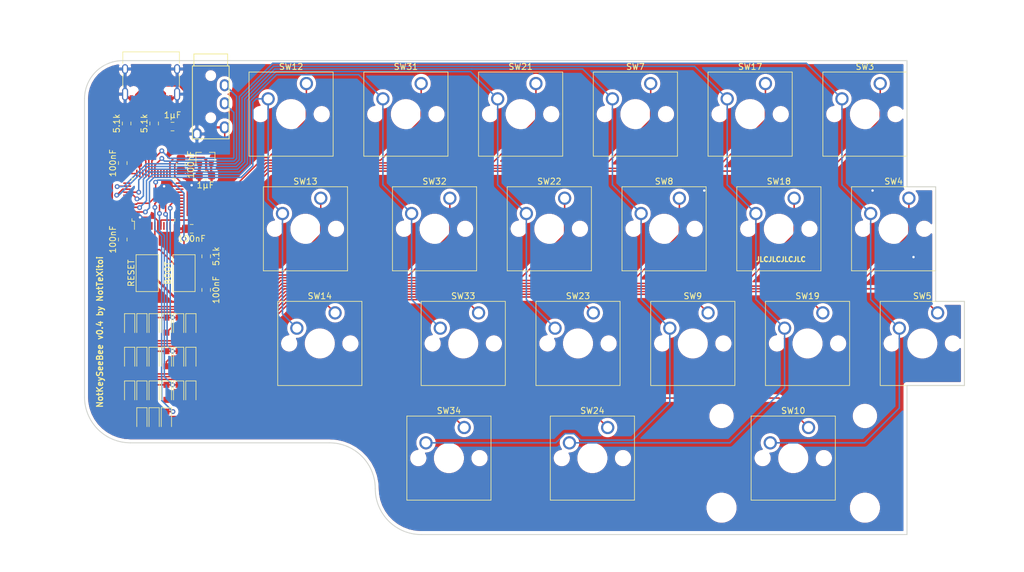
<source format=kicad_pcb>
(kicad_pcb (version 20171130) (host pcbnew 5.1.8)
  (layers (0 F.Cu signal) (31 B.Cu signal) (34 B.Paste user) (35 F.Paste user) (36 B.SilkS user) (37 F.SilkS user) (38 B.Mask user) (39 F.Mask user) (44 Edge.Cuts user))
  (net 0 "")
  (net 1 GND)
  (net 2 D+)
  (net 3 "Net-(J1-PadB5)")
  (net 4 D-)
  (net 5 "Net-(J1-PadA5)")
  (net 6 5V)
  (net 7 3.3V)
  (net 8 TX)
  (net 9 RX)
  (net 10 COL4)
  (net 11 COL5)
  (net 12 COL2)
  (net 13 COL6)
  (net 14 COL3)
  (net 15 COL1)
  (net 16 "Net-(R1-Pad1)")
  (net 17 "Net-(C1-Pad2)")
  (net 18 ROW1)
  (net 19 ROW2)
  (net 20 ROW3)
  (net 21 ROW4)
  (net 22 "Net-(D26-Pad2)")
  (net 23 "Net-(D36-Pad2)")
  (net 24 "Net-(D35-Pad2)")
  (net 25 "Net-(D34-Pad2)")
  (net 26 "Net-(D33-Pad2)")
  (net 27 "Net-(D25-Pad2)")
  (net 28 "Net-(D24-Pad2)")
  (net 29 "Net-(D23-Pad2)")
  (net 30 "Net-(D21-Pad2)")
  (net 31 "Net-(D20-Pad2)")
  (net 32 "Net-(D19-Pad2)")
  (net 33 "Net-(D16-Pad2)")
  (net 34 "Net-(D14-Pad2)")
  (net 35 "Net-(D12-Pad2)")
  (net 36 "Net-(D11-Pad2)")
  (net 37 "Net-(D10-Pad2)")
  (net 38 "Net-(D15-Pad2)")
  (net 39 "Net-(D9-Pad2)")
  (net 40 "Net-(D7-Pad2)")
  (net 41 "Net-(D6-Pad2)")
  (net 42 "Net-(D5-Pad2)")
  (module Package_QFP:LQFP-48_7x7mm_P0.5mm (layer F.Cu) (at 1.524 39.116 90)
    (fp_text reference U1 hide)
    (fp_text value STM32)
    (pad 1 smd rect (at -4.35 -2.75 90) (size 1.3 0.25) (layers F.Cu F.Paste F.Mask))
    (pad 2 smd rect (at -4.35 -2.25 90) (size 1.3 0.25) (layers F.Cu F.Paste F.Mask))
    (pad 3 smd rect (at -4.35 -1.75 90) (size 1.3 0.25) (layers F.Cu F.Paste F.Mask))
    (pad 4 smd rect (at -4.35 -1.25 90) (size 1.3 0.25) (layers F.Cu F.Paste F.Mask))
    (pad 5 smd rect (at -4.35 -0.75 90) (size 1.3 0.25) (layers F.Cu F.Paste F.Mask))
    (pad 6 smd rect (at -4.35 -0.25 90) (size 1.3 0.25) (layers F.Cu F.Paste F.Mask))
    (pad 7 smd rect (at -4.35 0.25 90) (size 1.3 0.25) (layers F.Cu F.Paste F.Mask) (net 17 "Net-(C1-Pad2)"))
    (pad 8 smd rect (at -4.35 0.75 90) (size 1.3 0.25) (layers F.Cu F.Paste F.Mask) (net 1 GND))
    (pad 9 smd rect (at -4.35 1.25 90) (size 1.3 0.25) (layers F.Cu F.Paste F.Mask) (net 7 3.3V))
    (pad 10 smd rect (at -4.35 1.75 90) (size 1.3 0.25) (layers F.Cu F.Paste F.Mask))
    (pad 11 smd rect (at -4.35 2.25 90) (size 1.3 0.25) (layers F.Cu F.Paste F.Mask))
    (pad 12 smd rect (at -4.35 2.75 90) (size 1.3 0.25) (layers F.Cu F.Paste F.Mask))
    (pad 13 smd rect (at -2.75 4.35 180) (size 1.3 0.25) (layers F.Cu F.Paste F.Mask))
    (pad 14 smd rect (at -2.25 4.35 180) (size 1.3 0.25) (layers F.Cu F.Paste F.Mask))
    (pad 15 smd rect (at -1.75 4.35 180) (size 1.3 0.25) (layers F.Cu F.Paste F.Mask))
    (pad 16 smd rect (at -1.25 4.35 180) (size 1.3 0.25) (layers F.Cu F.Paste F.Mask))
    (pad 17 smd rect (at -0.75 4.35 180) (size 1.3 0.25) (layers F.Cu F.Paste F.Mask))
    (pad 18 smd rect (at -0.25 4.35 180) (size 1.3 0.25) (layers F.Cu F.Paste F.Mask) (net 18 ROW1))
    (pad 19 smd rect (at 0.25 4.35 180) (size 1.3 0.25) (layers F.Cu F.Paste F.Mask) (net 19 ROW2))
    (pad 20 smd rect (at 0.75 4.35 180) (size 1.3 0.25) (layers F.Cu F.Paste F.Mask) (net 20 ROW3))
    (pad 21 smd rect (at 1.25 4.35 180) (size 1.3 0.25) (layers F.Cu F.Paste F.Mask) (net 21 ROW4))
    (pad 22 smd rect (at 1.75 4.35 180) (size 1.3 0.25) (layers F.Cu F.Paste F.Mask))
    (pad 23 smd rect (at 2.25 4.35 180) (size 1.3 0.25) (layers F.Cu F.Paste F.Mask) (net 1 GND))
    (pad 24 smd rect (at 2.75 4.35 180) (size 1.3 0.25) (layers F.Cu F.Paste F.Mask) (net 7 3.3V))
    (pad 25 smd rect (at 4.35 2.75 90) (size 1.3 0.25) (layers F.Cu F.Paste F.Mask) (net 7 3.3V))
    (pad 26 smd rect (at 4.35 2.25 90) (size 1.3 0.25) (layers F.Cu F.Paste F.Mask))
    (pad 27 smd rect (at 4.35 1.75 90) (size 1.3 0.25) (layers F.Cu F.Paste F.Mask))
    (pad 28 smd rect (at 4.35 1.25 90) (size 1.3 0.25) (layers F.Cu F.Paste F.Mask))
    (pad 29 smd rect (at 4.35 0.75 90) (size 1.3 0.25) (layers F.Cu F.Paste F.Mask))
    (pad 30 smd rect (at 4.35 0.25 90) (size 1.3 0.25) (layers F.Cu F.Paste F.Mask) (net 8 TX))
    (pad 31 smd rect (at 4.35 -0.25 90) (size 1.3 0.25) (layers F.Cu F.Paste F.Mask) (net 9 RX))
    (pad 32 smd rect (at 4.35 -0.75 90) (size 1.3 0.25) (layers F.Cu F.Paste F.Mask) (net 4 D-))
    (pad 33 smd rect (at 4.35 -1.25 90) (size 1.3 0.25) (layers F.Cu F.Paste F.Mask) (net 2 D+))
    (pad 34 smd rect (at 4.35 -1.75 90) (size 1.3 0.25) (layers F.Cu F.Paste F.Mask))
    (pad 35 smd rect (at 4.35 -2.25 90) (size 1.3 0.25) (layers F.Cu F.Paste F.Mask) (net 1 GND))
    (pad 36 smd rect (at 4.35 -2.75 90) (size 1.3 0.25) (layers F.Cu F.Paste F.Mask) (net 7 3.3V))
    (pad 37 smd rect (at 2.75 -4.35 180) (size 1.3 0.25) (layers F.Cu F.Paste F.Mask))
    (pad 38 smd rect (at 2.25 -4.35 180) (size 1.3 0.25) (layers F.Cu F.Paste F.Mask) (net 13 COL6))
    (pad 39 smd rect (at 1.75 -4.35 180) (size 1.3 0.25) (layers F.Cu F.Paste F.Mask) (net 11 COL5))
    (pad 40 smd rect (at 1.25 -4.35 180) (size 1.3 0.25) (layers F.Cu F.Paste F.Mask) (net 10 COL4))
    (pad 41 smd rect (at 0.75 -4.35 180) (size 1.3 0.25) (layers F.Cu F.Paste F.Mask) (net 14 COL3))
    (pad 42 smd rect (at 0.25 -4.35 180) (size 1.3 0.25) (layers F.Cu F.Paste F.Mask))
    (pad 43 smd rect (at -0.25 -4.35 180) (size 1.3 0.25) (layers F.Cu F.Paste F.Mask))
    (pad 44 smd rect (at -0.75 -4.35 180) (size 1.3 0.25) (layers F.Cu F.Paste F.Mask) (net 16 "Net-(R1-Pad1)"))
    (pad 45 smd rect (at -1.25 -4.35 180) (size 1.3 0.25) (layers F.Cu F.Paste F.Mask) (net 12 COL2))
    (pad 46 smd rect (at -1.75 -4.35 180) (size 1.3 0.25) (layers F.Cu F.Paste F.Mask) (net 15 COL1))
    (pad 47 smd rect (at -2.25 -4.35 180) (size 1.3 0.25) (layers F.Cu F.Paste F.Mask) (net 1 GND))
    (pad 48 smd rect (at -2.75 -4.35 180) (size 1.3 0.25) (layers F.Cu F.Paste F.Mask) (net 7 3.3V))
  )
  (module Diode_SMD:D_SOD-323_HandSoldering (layer F.Cu) (at -2.413 59.944 270)
    (fp_text reference D14 hide)
    (fp_text value D1.6)
    (pad 2 smd rect (at 1.25 0 270) (size 1 1) (layers F.Cu F.Paste F.Mask) (net 34 "Net-(D14-Pad2)"))
    (pad 1 smd rect (at -1.25 0 270) (size 1 1) (layers F.Cu F.Paste F.Mask) (net 18 ROW1))
  )
  (module Button_Switch_Keyboard:SW_Cherry_MX_1.25u_PCB (layer F.Cu) (at 53.1205 76.962)
    (fp_text reference SW34 (at -2.54 -2.794) (layer F.SilkS))
    (fp_text value SW_Push)
    (pad "" np_thru_hole circle (at 2.54 5.08) (size 1.7 1.7) (drill 1.7) (layers *.Cu *.Mask))
    (pad "" np_thru_hole circle (at -7.62 5.08) (size 1.7 1.7) (drill 1.7) (layers *.Cu *.Mask))
    (pad "" np_thru_hole circle (at -2.54 5.08) (size 4 4) (drill 4) (layers *.Cu *.Mask))
    (pad 2 thru_hole circle (at -6.35 2.54) (size 2.2 2.2) (drill 1.5) (layers *.Cu *.Mask) (net 10 COL4))
    (pad 1 thru_hole circle (at 0 0) (size 2.2 2.2) (drill 1.5) (layers *.Cu *.Mask) (net 23 "Net-(D36-Pad2)"))
  )
  (module Button_Switch_Keyboard:SW_Cherry_MX_1.25u_PCB (layer F.Cu) (at 76.9355 76.962)
    (fp_text reference SW24 (at -2.54 -2.794) (layer F.SilkS))
    (fp_text value SW_Push)
    (pad "" np_thru_hole circle (at 2.54 5.08) (size 1.7 1.7) (drill 1.7) (layers *.Cu *.Mask))
    (pad "" np_thru_hole circle (at -7.62 5.08) (size 1.7 1.7) (drill 1.7) (layers *.Cu *.Mask))
    (pad "" np_thru_hole circle (at -2.54 5.08) (size 4 4) (drill 4) (layers *.Cu *.Mask))
    (pad 2 thru_hole circle (at -6.35 2.54) (size 2.2 2.2) (drill 1.5) (layers *.Cu *.Mask) (net 11 COL5))
    (pad 1 thru_hole circle (at 0 0) (size 2.2 2.2) (drill 1.5) (layers *.Cu *.Mask) (net 22 "Net-(D26-Pad2)"))
  )
  (module Button_Switch_Keyboard:SW_Cherry_MX_2.25u_PCB (layer F.Cu) (at 110.2765 76.962)
    (fp_text reference SW10 (at -2.54 -2.794) (layer F.SilkS))
    (fp_text value SW_Push)
    (pad "" np_thru_hole circle (at 9.36 -1.92) (size 3.05 3.05) (drill 3.05) (layers *.Cu *.Mask))
    (pad "" np_thru_hole circle (at -14.44 -1.92) (size 3.05 3.05) (drill 3.05) (layers *.Cu *.Mask))
    (pad "" np_thru_hole circle (at -14.44 13.32) (size 4 4) (drill 4) (layers *.Cu *.Mask))
    (pad "" np_thru_hole circle (at 9.36 13.32) (size 4 4) (drill 4) (layers *.Cu *.Mask))
    (pad "" np_thru_hole circle (at 2.54 5.08) (size 1.7 1.7) (drill 1.7) (layers *.Cu *.Mask))
    (pad "" np_thru_hole circle (at -7.62 5.08) (size 1.7 1.7) (drill 1.7) (layers *.Cu *.Mask))
    (pad "" np_thru_hole circle (at -2.54 5.08) (size 4 4) (drill 4) (layers *.Cu *.Mask))
    (pad 2 thru_hole circle (at -6.35 2.54) (size 2.2 2.2) (drill 1.5) (layers *.Cu *.Mask) (net 13 COL6))
    (pad 1 thru_hole circle (at 0 0) (size 2.2 2.2) (drill 1.5) (layers *.Cu *.Mask) (net 35 "Net-(D12-Pad2)"))
  )
  (module Button_Switch_Keyboard:SW_Cherry_MX_1.00u_PCB (layer F.Cu) (at 55.5 57.912)
    (fp_text reference SW33 (at -2.54 -2.794) (layer F.SilkS))
    (fp_text value SW_Push)
    (pad "" np_thru_hole circle (at 2.54 5.08) (size 1.7 1.7) (drill 1.7) (layers *.Cu *.Mask))
    (pad "" np_thru_hole circle (at -7.62 5.08) (size 1.7 1.7) (drill 1.7) (layers *.Cu *.Mask))
    (pad "" np_thru_hole circle (at -2.54 5.08) (size 4 4) (drill 4) (layers *.Cu *.Mask))
    (pad 2 thru_hole circle (at -6.35 2.54) (size 2.2 2.2) (drill 1.5) (layers *.Cu *.Mask) (net 12 COL2))
    (pad 1 thru_hole circle (at 0 0) (size 2.2 2.2) (drill 1.5) (layers *.Cu *.Mask) (net 24 "Net-(D35-Pad2)"))
  )
  (module Button_Switch_Keyboard:SW_Cherry_MX_1.00u_PCB (layer F.Cu) (at 50.737 38.862)
    (fp_text reference SW32 (at -2.54 -2.794) (layer F.SilkS))
    (fp_text value SW_Push)
    (pad "" np_thru_hole circle (at 2.54 5.08) (size 1.7 1.7) (drill 1.7) (layers *.Cu *.Mask))
    (pad "" np_thru_hole circle (at -7.62 5.08) (size 1.7 1.7) (drill 1.7) (layers *.Cu *.Mask))
    (pad "" np_thru_hole circle (at -2.54 5.08) (size 4 4) (drill 4) (layers *.Cu *.Mask))
    (pad 2 thru_hole circle (at -6.35 2.54) (size 2.2 2.2) (drill 1.5) (layers *.Cu *.Mask) (net 12 COL2))
    (pad 1 thru_hole circle (at 0 0) (size 2.2 2.2) (drill 1.5) (layers *.Cu *.Mask) (net 25 "Net-(D34-Pad2)"))
  )
  (module Button_Switch_Keyboard:SW_Cherry_MX_1.00u_PCB (layer F.Cu) (at 45.974 19.812)
    (fp_text reference SW31 (at -2.54 -2.794) (layer F.SilkS))
    (fp_text value SW_Push)
    (pad "" np_thru_hole circle (at 2.54 5.08) (size 1.7 1.7) (drill 1.7) (layers *.Cu *.Mask))
    (pad "" np_thru_hole circle (at -7.62 5.08) (size 1.7 1.7) (drill 1.7) (layers *.Cu *.Mask))
    (pad "" np_thru_hole circle (at -2.54 5.08) (size 4 4) (drill 4) (layers *.Cu *.Mask))
    (pad 2 thru_hole circle (at -6.35 2.54) (size 2.2 2.2) (drill 1.5) (layers *.Cu *.Mask) (net 12 COL2))
    (pad 1 thru_hole circle (at 0 0) (size 2.2 2.2) (drill 1.5) (layers *.Cu *.Mask) (net 26 "Net-(D33-Pad2)"))
  )
  (module Button_Switch_Keyboard:SW_Cherry_MX_1.00u_PCB (layer F.Cu) (at 74.55 57.912)
    (fp_text reference SW23 (at -2.54 -2.794) (layer F.SilkS))
    (fp_text value SW_Push)
    (pad "" np_thru_hole circle (at 2.54 5.08) (size 1.7 1.7) (drill 1.7) (layers *.Cu *.Mask))
    (pad "" np_thru_hole circle (at -7.62 5.08) (size 1.7 1.7) (drill 1.7) (layers *.Cu *.Mask))
    (pad "" np_thru_hole circle (at -2.54 5.08) (size 4 4) (drill 4) (layers *.Cu *.Mask))
    (pad 2 thru_hole circle (at -6.35 2.54) (size 2.2 2.2) (drill 1.5) (layers *.Cu *.Mask) (net 14 COL3))
    (pad 1 thru_hole circle (at 0 0) (size 2.2 2.2) (drill 1.5) (layers *.Cu *.Mask) (net 27 "Net-(D25-Pad2)"))
  )
  (module Button_Switch_Keyboard:SW_Cherry_MX_1.00u_PCB (layer F.Cu) (at 69.787 38.862)
    (fp_text reference SW22 (at -2.54 -2.794) (layer F.SilkS))
    (fp_text value SW_Push)
    (pad "" np_thru_hole circle (at 2.54 5.08) (size 1.7 1.7) (drill 1.7) (layers *.Cu *.Mask))
    (pad "" np_thru_hole circle (at -7.62 5.08) (size 1.7 1.7) (drill 1.7) (layers *.Cu *.Mask))
    (pad "" np_thru_hole circle (at -2.54 5.08) (size 4 4) (drill 4) (layers *.Cu *.Mask))
    (pad 2 thru_hole circle (at -6.35 2.54) (size 2.2 2.2) (drill 1.5) (layers *.Cu *.Mask) (net 14 COL3))
    (pad 1 thru_hole circle (at 0 0) (size 2.2 2.2) (drill 1.5) (layers *.Cu *.Mask) (net 28 "Net-(D24-Pad2)"))
  )
  (module Button_Switch_Keyboard:SW_Cherry_MX_1.00u_PCB (layer F.Cu) (at 65.024 19.812)
    (fp_text reference SW21 (at -2.54 -2.794) (layer F.SilkS))
    (fp_text value SW_Push)
    (pad "" np_thru_hole circle (at 2.54 5.08) (size 1.7 1.7) (drill 1.7) (layers *.Cu *.Mask))
    (pad "" np_thru_hole circle (at -7.62 5.08) (size 1.7 1.7) (drill 1.7) (layers *.Cu *.Mask))
    (pad "" np_thru_hole circle (at -2.54 5.08) (size 4 4) (drill 4) (layers *.Cu *.Mask))
    (pad 2 thru_hole circle (at -6.35 2.54) (size 2.2 2.2) (drill 1.5) (layers *.Cu *.Mask) (net 14 COL3))
    (pad 1 thru_hole circle (at 0 0) (size 2.2 2.2) (drill 1.5) (layers *.Cu *.Mask) (net 29 "Net-(D23-Pad2)"))
  )
  (module Button_Switch_Keyboard:SW_Cherry_MX_1.00u_PCB (layer F.Cu) (at 112.65 57.912)
    (fp_text reference SW19 (at -2.54 -2.794) (layer F.SilkS))
    (fp_text value SW_Push)
    (pad "" np_thru_hole circle (at 2.54 5.08) (size 1.7 1.7) (drill 1.7) (layers *.Cu *.Mask))
    (pad "" np_thru_hole circle (at -7.62 5.08) (size 1.7 1.7) (drill 1.7) (layers *.Cu *.Mask))
    (pad "" np_thru_hole circle (at -2.54 5.08) (size 4 4) (drill 4) (layers *.Cu *.Mask))
    (pad 2 thru_hole circle (at -6.35 2.54) (size 2.2 2.2) (drill 1.5) (layers *.Cu *.Mask) (net 11 COL5))
    (pad 1 thru_hole circle (at 0 0) (size 2.2 2.2) (drill 1.5) (layers *.Cu *.Mask) (net 30 "Net-(D21-Pad2)"))
  )
  (module Button_Switch_Keyboard:SW_Cherry_MX_1.00u_PCB (layer F.Cu) (at 107.887 38.862)
    (fp_text reference SW18 (at -2.54 -2.794) (layer F.SilkS))
    (fp_text value SW_Push)
    (pad "" np_thru_hole circle (at 2.54 5.08) (size 1.7 1.7) (drill 1.7) (layers *.Cu *.Mask))
    (pad "" np_thru_hole circle (at -7.62 5.08) (size 1.7 1.7) (drill 1.7) (layers *.Cu *.Mask))
    (pad "" np_thru_hole circle (at -2.54 5.08) (size 4 4) (drill 4) (layers *.Cu *.Mask))
    (pad 2 thru_hole circle (at -6.35 2.54) (size 2.2 2.2) (drill 1.5) (layers *.Cu *.Mask) (net 11 COL5))
    (pad 1 thru_hole circle (at 0 0) (size 2.2 2.2) (drill 1.5) (layers *.Cu *.Mask) (net 31 "Net-(D20-Pad2)"))
  )
  (module Button_Switch_Keyboard:SW_Cherry_MX_1.00u_PCB (layer F.Cu) (at 103.124 19.812)
    (fp_text reference SW17 (at -2.54 -2.794) (layer F.SilkS))
    (fp_text value SW_Push)
    (pad "" np_thru_hole circle (at 2.54 5.08) (size 1.7 1.7) (drill 1.7) (layers *.Cu *.Mask))
    (pad "" np_thru_hole circle (at -7.62 5.08) (size 1.7 1.7) (drill 1.7) (layers *.Cu *.Mask))
    (pad "" np_thru_hole circle (at -2.54 5.08) (size 4 4) (drill 4) (layers *.Cu *.Mask))
    (pad 2 thru_hole circle (at -6.35 2.54) (size 2.2 2.2) (drill 1.5) (layers *.Cu *.Mask) (net 11 COL5))
    (pad 1 thru_hole circle (at 0 0) (size 2.2 2.2) (drill 1.5) (layers *.Cu *.Mask) (net 32 "Net-(D19-Pad2)"))
  )
  (module Button_Switch_Keyboard:SW_Cherry_MX_1.50u_PCB (layer F.Cu) (at 31.687 57.912)
    (fp_text reference SW14 (at -2.54 -2.794) (layer F.SilkS))
    (fp_text value SW_Push)
    (pad "" np_thru_hole circle (at 2.54 5.08) (size 1.7 1.7) (drill 1.7) (layers *.Cu *.Mask))
    (pad "" np_thru_hole circle (at -7.62 5.08) (size 1.7 1.7) (drill 1.7) (layers *.Cu *.Mask))
    (pad "" np_thru_hole circle (at -2.54 5.08) (size 4 4) (drill 4) (layers *.Cu *.Mask))
    (pad 2 thru_hole circle (at -6.35 2.54) (size 2.2 2.2) (drill 1.5) (layers *.Cu *.Mask) (net 15 COL1))
    (pad 1 thru_hole circle (at 0 0) (size 2.2 2.2) (drill 1.5) (layers *.Cu *.Mask) (net 33 "Net-(D16-Pad2)"))
  )
  (module Button_Switch_Keyboard:SW_Cherry_MX_1.25u_PCB (layer F.Cu) (at 29.3055 38.862)
    (fp_text reference SW13 (at -2.54 -2.794) (layer F.SilkS))
    (fp_text value SW_Push)
    (pad "" np_thru_hole circle (at 2.54 5.08) (size 1.7 1.7) (drill 1.7) (layers *.Cu *.Mask))
    (pad "" np_thru_hole circle (at -7.62 5.08) (size 1.7 1.7) (drill 1.7) (layers *.Cu *.Mask))
    (pad "" np_thru_hole circle (at -2.54 5.08) (size 4 4) (drill 4) (layers *.Cu *.Mask))
    (pad 2 thru_hole circle (at -6.35 2.54) (size 2.2 2.2) (drill 1.5) (layers *.Cu *.Mask) (net 15 COL1))
    (pad 1 thru_hole circle (at 0 0) (size 2.2 2.2) (drill 1.5) (layers *.Cu *.Mask) (net 38 "Net-(D15-Pad2)"))
  )
  (module Button_Switch_Keyboard:SW_Cherry_MX_1.00u_PCB (layer F.Cu) (at 26.924 19.812)
    (fp_text reference SW12 (at -2.54 -2.794) (layer F.SilkS))
    (fp_text value SW_Push)
    (pad "" np_thru_hole circle (at 2.54 5.08) (size 1.7 1.7) (drill 1.7) (layers *.Cu *.Mask))
    (pad "" np_thru_hole circle (at -7.62 5.08) (size 1.7 1.7) (drill 1.7) (layers *.Cu *.Mask))
    (pad "" np_thru_hole circle (at -2.54 5.08) (size 4 4) (drill 4) (layers *.Cu *.Mask))
    (pad 2 thru_hole circle (at -6.35 2.54) (size 2.2 2.2) (drill 1.5) (layers *.Cu *.Mask) (net 15 COL1))
    (pad 1 thru_hole circle (at 0 0) (size 2.2 2.2) (drill 1.5) (layers *.Cu *.Mask) (net 34 "Net-(D14-Pad2)"))
  )
  (module Button_Switch_Keyboard:SW_Cherry_MX_1.00u_PCB (layer F.Cu) (at 93.6 57.912)
    (fp_text reference SW9 (at -2.54 -2.794) (layer F.SilkS))
    (fp_text value SW_Push)
    (pad "" np_thru_hole circle (at 2.54 5.08) (size 1.7 1.7) (drill 1.7) (layers *.Cu *.Mask))
    (pad "" np_thru_hole circle (at -7.62 5.08) (size 1.7 1.7) (drill 1.7) (layers *.Cu *.Mask))
    (pad "" np_thru_hole circle (at -2.54 5.08) (size 4 4) (drill 4) (layers *.Cu *.Mask))
    (pad 2 thru_hole circle (at -6.35 2.54) (size 2.2 2.2) (drill 1.5) (layers *.Cu *.Mask) (net 10 COL4))
    (pad 1 thru_hole circle (at 0 0) (size 2.2 2.2) (drill 1.5) (layers *.Cu *.Mask) (net 36 "Net-(D11-Pad2)"))
  )
  (module Button_Switch_Keyboard:SW_Cherry_MX_1.00u_PCB (layer F.Cu) (at 88.837 38.862)
    (fp_text reference SW8 (at -2.54 -2.794) (layer F.SilkS))
    (fp_text value SW_Push)
    (pad "" np_thru_hole circle (at 2.54 5.08) (size 1.7 1.7) (drill 1.7) (layers *.Cu *.Mask))
    (pad "" np_thru_hole circle (at -7.62 5.08) (size 1.7 1.7) (drill 1.7) (layers *.Cu *.Mask))
    (pad "" np_thru_hole circle (at -2.54 5.08) (size 4 4) (drill 4) (layers *.Cu *.Mask))
    (pad 2 thru_hole circle (at -6.35 2.54) (size 2.2 2.2) (drill 1.5) (layers *.Cu *.Mask) (net 10 COL4))
    (pad 1 thru_hole circle (at 0 0) (size 2.2 2.2) (drill 1.5) (layers *.Cu *.Mask) (net 37 "Net-(D10-Pad2)"))
  )
  (module Button_Switch_Keyboard:SW_Cherry_MX_1.00u_PCB (layer F.Cu) (at 84.074 19.812)
    (fp_text reference SW7 (at -2.54 -2.794) (layer F.SilkS))
    (fp_text value SW_Push)
    (pad "" np_thru_hole circle (at 2.54 5.08) (size 1.7 1.7) (drill 1.7) (layers *.Cu *.Mask))
    (pad "" np_thru_hole circle (at -7.62 5.08) (size 1.7 1.7) (drill 1.7) (layers *.Cu *.Mask))
    (pad "" np_thru_hole circle (at -2.54 5.08) (size 4 4) (drill 4) (layers *.Cu *.Mask))
    (pad 2 thru_hole circle (at -6.35 2.54) (size 2.2 2.2) (drill 1.5) (layers *.Cu *.Mask) (net 10 COL4))
    (pad 1 thru_hole circle (at 0 0) (size 2.2 2.2) (drill 1.5) (layers *.Cu *.Mask) (net 39 "Net-(D9-Pad2)"))
  )
  (module Button_Switch_Keyboard:SW_Cherry_MX_1.00u_PCB (layer F.Cu) (at 131.7 57.912)
    (fp_text reference SW5 (at -2.54 -2.794) (layer F.SilkS))
    (fp_text value SW_Push)
    (pad "" np_thru_hole circle (at 2.54 5.08) (size 1.7 1.7) (drill 1.7) (layers *.Cu *.Mask))
    (pad "" np_thru_hole circle (at -7.62 5.08) (size 1.7 1.7) (drill 1.7) (layers *.Cu *.Mask))
    (pad "" np_thru_hole circle (at -2.54 5.08) (size 4 4) (drill 4) (layers *.Cu *.Mask))
    (pad 2 thru_hole circle (at -6.35 2.54) (size 2.2 2.2) (drill 1.5) (layers *.Cu *.Mask) (net 13 COL6))
    (pad 1 thru_hole circle (at 0 0) (size 2.2 2.2) (drill 1.5) (layers *.Cu *.Mask) (net 40 "Net-(D7-Pad2)"))
  )
  (module Button_Switch_Keyboard:SW_Cherry_MX_1.00u_PCB (layer F.Cu) (at 126.937 38.862)
    (fp_text reference SW4 (at -2.54 -2.794) (layer F.SilkS))
    (fp_text value SW_Push)
    (pad "" np_thru_hole circle (at 2.54 5.08) (size 1.7 1.7) (drill 1.7) (layers *.Cu *.Mask))
    (pad "" np_thru_hole circle (at -7.62 5.08) (size 1.7 1.7) (drill 1.7) (layers *.Cu *.Mask))
    (pad "" np_thru_hole circle (at -2.54 5.08) (size 4 4) (drill 4) (layers *.Cu *.Mask))
    (pad 2 thru_hole circle (at -6.35 2.54) (size 2.2 2.2) (drill 1.5) (layers *.Cu *.Mask) (net 13 COL6))
    (pad 1 thru_hole circle (at 0 0) (size 2.2 2.2) (drill 1.5) (layers *.Cu *.Mask) (net 41 "Net-(D6-Pad2)"))
  )
  (module Button_Switch_Keyboard:SW_Cherry_MX_1.00u_PCB (layer F.Cu) (at 122.174 19.812)
    (fp_text reference SW3 (at -2.54 -2.794) (layer F.SilkS))
    (fp_text value SW_Push)
    (pad "" np_thru_hole circle (at 2.54 5.08) (size 1.7 1.7) (drill 1.7) (layers *.Cu *.Mask))
    (pad "" np_thru_hole circle (at -7.62 5.08) (size 1.7 1.7) (drill 1.7) (layers *.Cu *.Mask))
    (pad "" np_thru_hole circle (at -2.54 5.08) (size 4 4) (drill 4) (layers *.Cu *.Mask))
    (pad 2 thru_hole circle (at -6.35 2.54) (size 2.2 2.2) (drill 1.5) (layers *.Cu *.Mask) (net 13 COL6))
    (pad 1 thru_hole circle (at 0 0) (size 2.2 2.2) (drill 1.5) (layers *.Cu *.Mask) (net 42 "Net-(D5-Pad2)"))
  )
  (module Button_Switch_SMD:SW_SPST_CK_RS282G05A3 (layer F.Cu) (at 0.508 51.308 90)
    (fp_text reference SW2 hide)
    (fp_text value RESET (at 0 -2.667 90) (layer F.SilkS))
    (pad 2 smd rect (at 3.9 0 90) (size 1.5 1.5) (layers F.Cu F.Paste F.Mask) (net 17 "Net-(C1-Pad2)"))
    (pad 1 smd rect (at -3.9 0 90) (size 1.5 1.5) (layers F.Cu F.Paste F.Mask) (net 1 GND))
  )
  (module Button_Switch_SMD:SW_SPST_CK_RS282G05A3 (layer F.Cu) (at 6.604 51.308 270)
    (fp_text reference SW1 hide)
    (fp_text value BOOT (at 0 2.667 270) (layer F.SilkS))
    (pad 1 smd rect (at -3.9 0 270) (size 1.5 1.5) (layers F.Cu F.Paste F.Mask) (net 16 "Net-(R1-Pad1)"))
    (pad 2 smd rect (at 3.9 0 270) (size 1.5 1.5) (layers F.Cu F.Paste F.Mask) (net 7 3.3V))
  )
  (module Capacitor_SMD:C_0805_2012Metric_Pad1.15x1.40mm_HandSolder (layer F.Cu) (at 10.287 54.102 270)
    (fp_text reference C1 hide)
    (fp_text value 100nF (at 0 -1.651 270) (layer F.SilkS))
    (pad 1 smd roundrect (at -1.025 0 270) (size 1.15 1.4) (layers F.Cu F.Paste F.Mask) (roundrect_rratio 0.217391) (net 1 GND))
    (pad 2 smd roundrect (at 1.025 0 270) (size 1.15 1.4) (layers F.Cu F.Paste F.Mask) (roundrect_rratio 0.217391) (net 17 "Net-(C1-Pad2)"))
  )
  (module Capacitor_SMD:C_0805_2012Metric_Pad1.15x1.40mm_HandSolder (layer F.Cu) (at -3.556 33.02 270)
    (fp_text reference C2 hide)
    (fp_text value 100nF (at 0 1.65 270) (layer F.SilkS))
    (pad 2 smd roundrect (at 1.025 0 270) (size 1.15 1.4) (layers F.Cu F.Paste F.Mask) (roundrect_rratio 0.217391) (net 7 3.3V))
    (pad 1 smd roundrect (at -1.025 0 270) (size 1.15 1.4) (layers F.Cu F.Paste F.Mask) (roundrect_rratio 0.217391) (net 1 GND))
  )
  (module Capacitor_SMD:C_0805_2012Metric_Pad1.15x1.40mm_HandSolder (layer F.Cu) (at 6.096 33.274 90)
    (fp_text reference C3 hide)
    (fp_text value 100nF (at 0 1.651 90) (layer F.SilkS))
    (pad 1 smd roundrect (at -1.025 0 90) (size 1.15 1.4) (layers F.Cu F.Paste F.Mask) (roundrect_rratio 0.217391) (net 1 GND))
    (pad 2 smd roundrect (at 1.025 0 90) (size 1.15 1.4) (layers F.Cu F.Paste F.Mask) (roundrect_rratio 0.217391) (net 7 3.3V))
  )
  (module Capacitor_SMD:C_0805_2012Metric_Pad1.15x1.40mm_HandSolder (layer F.Cu) (at 7.874 43.942)
    (fp_text reference C4 hide)
    (fp_text value 100nF (at 0 1.65) (layer F.SilkS))
    (pad 2 smd roundrect (at 1.025 0) (size 1.15 1.4) (layers F.Cu F.Paste F.Mask) (roundrect_rratio 0.217391) (net 7 3.3V))
    (pad 1 smd roundrect (at -1.025 0) (size 1.15 1.4) (layers F.Cu F.Paste F.Mask) (roundrect_rratio 0.217391) (net 1 GND))
  )
  (module Capacitor_SMD:C_0805_2012Metric_Pad1.15x1.40mm_HandSolder (layer F.Cu) (at -3.556 45.72 270)
    (fp_text reference C5 hide)
    (fp_text value 100nF (at 0 1.65 270) (layer F.SilkS))
    (pad 1 smd roundrect (at -1.025 0 270) (size 1.15 1.4) (layers F.Cu F.Paste F.Mask) (roundrect_rratio 0.217391) (net 1 GND))
    (pad 2 smd roundrect (at 1.025 0 270) (size 1.15 1.4) (layers F.Cu F.Paste F.Mask) (roundrect_rratio 0.217391) (net 7 3.3V))
  )
  (module Capacitor_SMD:C_0805_2012Metric_Pad1.15x1.40mm_HandSolder (layer F.Cu) (at 10.16 35.052)
    (fp_text reference C6 hide)
    (fp_text value 1µF (at 0 1.65) (layer F.SilkS))
    (pad 2 smd roundrect (at 1.025 0) (size 1.15 1.4) (layers F.Cu F.Paste F.Mask) (roundrect_rratio 0.217391) (net 7 3.3V))
    (pad 1 smd roundrect (at -1.025 0) (size 1.15 1.4) (layers F.Cu F.Paste F.Mask) (roundrect_rratio 0.217391) (net 1 GND))
  )
  (module Capacitor_SMD:C_0805_2012Metric_Pad1.15x1.40mm_HandSolder (layer F.Cu) (at 4.7 26.956)
    (fp_text reference C7 hide)
    (fp_text value 1µF (at 0 -1.905) (layer F.SilkS))
    (pad 1 smd roundrect (at -1.025 0) (size 1.15 1.4) (layers F.Cu F.Paste F.Mask) (roundrect_rratio 0.217391) (net 1 GND))
    (pad 2 smd roundrect (at 1.025 0) (size 1.15 1.4) (layers F.Cu F.Paste F.Mask) (roundrect_rratio 0.217391) (net 6 5V))
  )
  (module Diode_SMD:D_SOD-323_HandSoldering (layer F.Cu) (at -2.413 65.532 270)
    (fp_text reference D15 hide)
    (fp_text value D2.6)
    (pad 1 smd rect (at -1.25 0 270) (size 1 1) (layers F.Cu F.Paste F.Mask) (net 19 ROW2))
    (pad 2 smd rect (at 1.25 0 270) (size 1 1) (layers F.Cu F.Paste F.Mask) (net 38 "Net-(D15-Pad2)"))
  )
  (module Diode_SMD:D_SOD-323_HandSoldering (layer F.Cu) (at -0.381 75.565 270)
    (fp_text reference D12 hide)
    (fp_text value D4.3)
    (pad 1 smd rect (at -1.25 0 270) (size 1 1) (layers F.Cu F.Paste F.Mask) (net 21 ROW4))
    (pad 2 smd rect (at 1.25 0 270) (size 1 1) (layers F.Cu F.Paste F.Mask) (net 35 "Net-(D12-Pad2)"))
  )
  (module Diode_SMD:D_SOD-323_HandSoldering (layer F.Cu) (at 1.651 71.12 270)
    (fp_text reference D11 hide)
    (fp_text value D3.3)
    (pad 2 smd rect (at 1.25 0 270) (size 1 1) (layers F.Cu F.Paste F.Mask) (net 36 "Net-(D11-Pad2)"))
    (pad 1 smd rect (at -1.25 0 270) (size 1 1) (layers F.Cu F.Paste F.Mask) (net 20 ROW3))
  )
  (module Diode_SMD:D_SOD-323_HandSoldering (layer F.Cu) (at 3.683 65.532 270)
    (fp_text reference D10 hide)
    (fp_text value D2.3)
    (pad 1 smd rect (at -1.25 0 270) (size 1 1) (layers F.Cu F.Paste F.Mask) (net 19 ROW2))
    (pad 2 smd rect (at 1.25 0 270) (size 1 1) (layers F.Cu F.Paste F.Mask) (net 37 "Net-(D10-Pad2)"))
  )
  (module Diode_SMD:D_SOD-323_HandSoldering (layer F.Cu) (at 3.683 59.944 270)
    (fp_text reference D9 hide)
    (fp_text value D1.3)
    (pad 2 smd rect (at 1.25 0 270) (size 1 1) (layers F.Cu F.Paste F.Mask) (net 39 "Net-(D9-Pad2)"))
    (pad 1 smd rect (at -1.25 0 270) (size 1 1) (layers F.Cu F.Paste F.Mask) (net 18 ROW1))
  )
  (module Diode_SMD:D_SOD-323_HandSoldering (layer F.Cu) (at -2.413 71.12 270)
    (fp_text reference D7 hide)
    (fp_text value D3.1)
    (pad 1 smd rect (at -1.25 0 270) (size 1 1) (layers F.Cu F.Paste F.Mask) (net 20 ROW3))
    (pad 2 smd rect (at 1.25 0 270) (size 1 1) (layers F.Cu F.Paste F.Mask) (net 40 "Net-(D7-Pad2)"))
  )
  (module Diode_SMD:D_SOD-323_HandSoldering (layer F.Cu) (at 7.747 65.532 270)
    (fp_text reference D6 hide)
    (fp_text value D2.1)
    (pad 2 smd rect (at 1.25 0 270) (size 1 1) (layers F.Cu F.Paste F.Mask) (net 41 "Net-(D6-Pad2)"))
    (pad 1 smd rect (at -1.25 0 270) (size 1 1) (layers F.Cu F.Paste F.Mask) (net 19 ROW2))
  )
  (module Diode_SMD:D_SOD-323_HandSoldering (layer F.Cu) (at 7.747 59.944 270)
    (fp_text reference D5 hide)
    (fp_text value D1.1)
    (pad 1 smd rect (at -1.25 0 270) (size 1 1) (layers F.Cu F.Paste F.Mask) (net 18 ROW1))
    (pad 2 smd rect (at 1.25 0 270) (size 1 1) (layers F.Cu F.Paste F.Mask) (net 42 "Net-(D5-Pad2)"))
  )
  (module Diode_SMD:D_SOD-323_HandSoldering (layer F.Cu) (at 7.747 71.12 270)
    (fp_text reference D16 hide)
    (fp_text value D3.6)
    (pad 2 smd rect (at 1.25 0 270) (size 1 1) (layers F.Cu F.Paste F.Mask) (net 33 "Net-(D16-Pad2)"))
    (pad 1 smd rect (at -1.25 0 270) (size 1 1) (layers F.Cu F.Paste F.Mask) (net 20 ROW3))
  )
  (module Diode_SMD:D_SOD-323_HandSoldering (layer F.Cu) (at 5.715 65.532 270)
    (fp_text reference D20 hide)
    (fp_text value D2.2)
    (pad 1 smd rect (at -1.25 0 270) (size 1 1) (layers F.Cu F.Paste F.Mask) (net 19 ROW2))
    (pad 2 smd rect (at 1.25 0 270) (size 1 1) (layers F.Cu F.Paste F.Mask) (net 31 "Net-(D20-Pad2)"))
  )
  (module Diode_SMD:D_SOD-323_HandSoldering (layer F.Cu) (at 3.683 75.565 270)
    (fp_text reference D36 hide)
    (fp_text value D4.5)
    (pad 2 smd rect (at 1.25 0 270) (size 1 1) (layers F.Cu F.Paste F.Mask) (net 23 "Net-(D36-Pad2)"))
    (pad 1 smd rect (at -1.25 0 270) (size 1 1) (layers F.Cu F.Paste F.Mask) (net 21 ROW4))
  )
  (module Diode_SMD:D_SOD-323_HandSoldering (layer F.Cu) (at -0.381 65.532 270)
    (fp_text reference D34 hide)
    (fp_text value D2.5)
    (pad 1 smd rect (at -1.25 0 270) (size 1 1) (layers F.Cu F.Paste F.Mask) (net 19 ROW2))
    (pad 2 smd rect (at 1.25 0 270) (size 1 1) (layers F.Cu F.Paste F.Mask) (net 25 "Net-(D34-Pad2)"))
  )
  (module Diode_SMD:D_SOD-323_HandSoldering (layer F.Cu) (at -0.381 59.944 270)
    (fp_text reference D33 hide)
    (fp_text value D1.5)
    (pad 2 smd rect (at 1.25 0 270) (size 1 1) (layers F.Cu F.Paste F.Mask) (net 26 "Net-(D33-Pad2)"))
    (pad 1 smd rect (at -1.25 0 270) (size 1 1) (layers F.Cu F.Paste F.Mask) (net 18 ROW1))
  )
  (module Diode_SMD:D_SOD-323_HandSoldering (layer F.Cu) (at 1.651 75.565 270)
    (fp_text reference D26 hide)
    (fp_text value D4.4)
    (pad 1 smd rect (at -1.25 0 270) (size 1 1) (layers F.Cu F.Paste F.Mask) (net 21 ROW4))
    (pad 2 smd rect (at 1.25 0 270) (size 1 1) (layers F.Cu F.Paste F.Mask) (net 22 "Net-(D26-Pad2)"))
  )
  (module Diode_SMD:D_SOD-323_HandSoldering (layer F.Cu) (at 3.683 71.12 270)
    (fp_text reference D25 hide)
    (fp_text value D3.4)
    (pad 2 smd rect (at 1.25 0 270) (size 1 1) (layers F.Cu F.Paste F.Mask) (net 27 "Net-(D25-Pad2)"))
    (pad 1 smd rect (at -1.25 0 270) (size 1 1) (layers F.Cu F.Paste F.Mask) (net 20 ROW3))
  )
  (module Diode_SMD:D_SOD-323_HandSoldering (layer F.Cu) (at 1.651 65.532 270)
    (fp_text reference D24 hide)
    (fp_text value D2.4)
    (pad 1 smd rect (at -1.25 0 270) (size 1 1) (layers F.Cu F.Paste F.Mask) (net 19 ROW2))
    (pad 2 smd rect (at 1.25 0 270) (size 1 1) (layers F.Cu F.Paste F.Mask) (net 28 "Net-(D24-Pad2)"))
  )
  (module Diode_SMD:D_SOD-323_HandSoldering (layer F.Cu) (at 1.651 59.944 270)
    (fp_text reference D23 hide)
    (fp_text value D1.4)
    (pad 2 smd rect (at 1.25 0 270) (size 1 1) (layers F.Cu F.Paste F.Mask) (net 29 "Net-(D23-Pad2)"))
    (pad 1 smd rect (at -1.25 0 270) (size 1 1) (layers F.Cu F.Paste F.Mask) (net 18 ROW1))
  )
  (module Diode_SMD:D_SOD-323_HandSoldering (layer F.Cu) (at -0.381 71.12 270)
    (fp_text reference D21 hide)
    (fp_text value D3.2)
    (pad 1 smd rect (at -1.25 0 270) (size 1 1) (layers F.Cu F.Paste F.Mask) (net 20 ROW3))
    (pad 2 smd rect (at 1.25 0 270) (size 1 1) (layers F.Cu F.Paste F.Mask) (net 30 "Net-(D21-Pad2)"))
  )
  (module Diode_SMD:D_SOD-323_HandSoldering (layer F.Cu) (at 5.715 59.944 270)
    (fp_text reference D19 hide)
    (fp_text value D1.2)
    (pad 2 smd rect (at 1.25 0 270) (size 1 1) (layers F.Cu F.Paste F.Mask) (net 32 "Net-(D19-Pad2)"))
    (pad 1 smd rect (at -1.25 0 270) (size 1 1) (layers F.Cu F.Paste F.Mask) (net 18 ROW1))
  )
  (module Diode_SMD:D_SOD-323_HandSoldering (layer F.Cu) (at 5.715 71.12 270)
    (fp_text reference D35 hide)
    (fp_text value D3.5)
    (pad 1 smd rect (at -1.25 0 270) (size 1 1) (layers F.Cu F.Paste F.Mask) (net 20 ROW3))
    (pad 2 smd rect (at 1.25 0 270) (size 1 1) (layers F.Cu F.Paste F.Mask) (net 24 "Net-(D35-Pad2)"))
  )
  (module Package_TO_SOT_SMD:SOT-23 (layer F.Cu) (at 10.16 32.004 90)
    (fp_text reference U2 hide)
    (fp_text value LDO)
    (pad 1 smd rect (at -1 -0.95 90) (size 0.9 0.8) (layers F.Cu F.Paste F.Mask) (net 1 GND))
    (pad 2 smd rect (at -1 0.95 90) (size 0.9 0.8) (layers F.Cu F.Paste F.Mask) (net 7 3.3V))
    (pad 3 smd rect (at 1 0 90) (size 0.9 0.8) (layers F.Cu F.Paste F.Mask) (net 6 5V))
  )
  (module Resistor_SMD:R_0805_2012Metric_Pad1.15x1.40mm_HandSolder (layer F.Cu) (at 1.652 26.448 270)
    (fp_text reference R7 hide)
    (fp_text value 5.1k (at 0 1.65 270) (layer F.SilkS))
    (pad 1 smd roundrect (at -1.025 0 270) (size 1.15 1.4) (layers F.Cu F.Paste F.Mask) (roundrect_rratio 0.217391) (net 5 "Net-(J1-PadA5)"))
    (pad 2 smd roundrect (at 1.025 0 270) (size 1.15 1.4) (layers F.Cu F.Paste F.Mask) (roundrect_rratio 0.217391) (net 1 GND))
  )
  (module Resistor_SMD:R_0805_2012Metric_Pad1.15x1.40mm_HandSolder (layer F.Cu) (at -2.92 26.448 270)
    (fp_text reference R6 hide)
    (fp_text value 5.1k (at 0 1.65 270) (layer F.SilkS))
    (pad 2 smd roundrect (at 1.025 0 270) (size 1.15 1.4) (layers F.Cu F.Paste F.Mask) (roundrect_rratio 0.217391) (net 1 GND))
    (pad 1 smd roundrect (at -1.025 0 270) (size 1.15 1.4) (layers F.Cu F.Paste F.Mask) (roundrect_rratio 0.217391) (net 3 "Net-(J1-PadB5)"))
  )
  (module Resistor_SMD:R_0805_2012Metric_Pad1.15x1.40mm_HandSolder (layer F.Cu) (at 10.287 48.514 270)
    (fp_text reference R1 hide)
    (fp_text value 5.1k (at 0 -1.651 270) (layer F.SilkS))
    (pad 1 smd roundrect (at -1.025 0 270) (size 1.15 1.4) (layers F.Cu F.Paste F.Mask) (roundrect_rratio 0.217391) (net 16 "Net-(R1-Pad1)"))
    (pad 2 smd roundrect (at 1.025 0 270) (size 1.15 1.4) (layers F.Cu F.Paste F.Mask) (roundrect_rratio 0.217391) (net 1 GND))
  )
  (module keebio:TRRS-PJ-320A-no-Fmask (layer F.Cu) (at 11.049 16.891)
    (fp_text reference J2)
    (fp_text value AudioJack4)
    (pad 1 thru_hole oval (at -2.3 11.3) (size 1.6 2) (drill oval 0.9 1.3) (layers *.Cu B.Mask) (net 1 GND))
    (pad 2 thru_hole oval (at 2.3 10.2) (size 1.6 2) (drill oval 0.9 1.3) (layers *.Cu B.Mask) (net 6 5V))
    (pad 4 thru_hole oval (at 2.3 3.2) (size 1.6 2) (drill oval 0.9 1.3) (layers *.Cu B.Mask) (net 8 TX))
    (pad "" np_thru_hole circle (at 0 8.6) (size 0.8 0.8) (drill 0.8) (layers *.Cu *.Mask))
    (pad "" np_thru_hole circle (at 0 1.6) (size 0.8 0.8) (drill 0.8) (layers *.Cu *.Mask))
    (pad 3 thru_hole oval (at 2.3 6.2) (size 1.6 2) (drill oval 0.9 1.3) (layers *.Cu B.Mask) (net 9 RX))
    (pad 4 thru_hole oval (at 2.3 3.2) (size 1 1.4) (drill oval 0.9 1.3) (layers *.Cu F.Mask) (net 8 TX))
    (pad 3 thru_hole oval (at 2.3 6.2) (size 1 1.4) (drill oval 0.9 1.3) (layers *.Cu F.Mask) (net 9 RX))
    (pad 2 thru_hole oval (at 2.3 10.2) (size 1 1.4) (drill oval 0.9 1.3) (layers *.Cu F.Mask) (net 6 5V))
    (pad 1 thru_hole oval (at -2.3 11.3) (size 1 1.4) (drill oval 0.9 1.3) (layers *.Cu F.Mask) (net 1 GND))
  )
  (module kicad-usb:USB_C_Receptacle_HRO_TYPE-C-31-M-12 (layer F.Cu) (at 1.144 18.447 180)
    (fp_text reference J1 hide)
    (fp_text value USB_C_Receptacle_USB2.0)
    (pad S1 thru_hole oval (at 4.32 1.05 180) (size 1 1.6) (drill oval 0.6 1.2) (layers *.Cu *.Mask) (net 1 GND))
    (pad "" np_thru_hole circle (at 2.89 -2.6 180) (size 0.65 0.65) (drill 0.65) (layers *.Cu *.Mask))
    (pad S1 thru_hole oval (at -4.32 1.05 180) (size 1 1.6) (drill oval 0.6 1.2) (layers *.Cu *.Mask) (net 1 GND))
    (pad "" np_thru_hole circle (at -2.89 -2.6 180) (size 0.65 0.65) (drill 0.65) (layers *.Cu *.Mask))
    (pad S1 thru_hole oval (at -4.32 -3.13 180) (size 1 2.1) (drill oval 0.6 1.7) (layers *.Cu *.Mask) (net 1 GND))
    (pad S1 thru_hole oval (at 4.32 -3.13 180) (size 1 2.1) (drill oval 0.6 1.7) (layers *.Cu *.Mask) (net 1 GND))
    (pad A6 smd rect (at -0.25 -4.045 180) (size 0.3 1.45) (layers F.Cu F.Paste F.Mask) (net 2 D+))
    (pad B5 smd rect (at 1.75 -4.045 180) (size 0.3 1.45) (layers F.Cu F.Paste F.Mask) (net 3 "Net-(J1-PadB5)"))
    (pad A8 smd rect (at 1.25 -4.045 180) (size 0.3 1.45) (layers F.Cu F.Paste F.Mask))
    (pad B6 smd rect (at 0.75 -4.045 180) (size 0.3 1.45) (layers F.Cu F.Paste F.Mask) (net 2 D+))
    (pad A7 smd rect (at 0.25 -4.045 180) (size 0.3 1.45) (layers F.Cu F.Paste F.Mask) (net 4 D-))
    (pad B7 smd rect (at -0.75 -4.045 180) (size 0.3 1.45) (layers F.Cu F.Paste F.Mask) (net 4 D-))
    (pad A5 smd rect (at -1.25 -4.045 180) (size 0.3 1.45) (layers F.Cu F.Paste F.Mask) (net 5 "Net-(J1-PadA5)"))
    (pad B8 smd rect (at -1.75 -4.045 180) (size 0.3 1.45) (layers F.Cu F.Paste F.Mask))
    (pad A12 smd rect (at 3.25 -4.045 180) (size 0.6 1.45) (layers F.Cu F.Paste F.Mask) (net 1 GND))
    (pad B4 smd rect (at 2.45 -4.045 180) (size 0.6 1.45) (layers F.Cu F.Paste F.Mask) (net 6 5V))
    (pad A4 smd rect (at -2.45 -4.045 180) (size 0.6 1.45) (layers F.Cu F.Paste F.Mask) (net 6 5V))
    (pad A1 smd rect (at -3.25 -4.045 180) (size 0.6 1.45) (layers F.Cu F.Paste F.Mask) (net 1 GND))
    (pad B12 smd rect (at -3.25 -4.045 180) (size 0.6 1.45) (layers F.Cu F.Paste F.Mask) (net 1 GND))
    (pad B9 smd rect (at -2.45 -4.045 180) (size 0.6 1.45) (layers F.Cu F.Paste F.Mask) (net 6 5V))
    (pad A9 smd rect (at 2.45 -4.045 180) (size 0.6 1.45) (layers F.Cu F.Paste F.Mask) (net 6 5V))
    (pad B1 smd rect (at 3.25 -4.045 180) (size 0.6 1.45) (layers F.Cu F.Paste F.Mask) (net 1 GND))
  )
  (gr_arc (start -3.556 22.352) (end -3.556 16.002) (angle -90) (layer Edge.Cuts) (width 0.15))
  (gr_arc (start 45.974 87.122) (end 38.354 87.122) (angle -90) (layer Edge.Cuts) (width 0.15))
  (gr_arc (start 30.734 87.122) (end 38.354 87.122) (angle -90) (layer Edge.Cuts) (width 0.15))
  (gr_arc (start -2.286 71.882) (end -9.906 71.882) (angle -90) (layer Edge.Cuts) (width 0.15))
  (gr_line (start -2.286 79.502) (end 30.734 79.502) (layer Edge.Cuts) (width 0.15))
  (gr_line (start -9.906 71.882) (end -9.906 22.352) (layer Edge.Cuts) (width 0.15))
  (gr_line (start 126.619 94.742) (end 45.974 94.742) (layer Edge.Cuts) (width 0.15))
  (gr_line (start 126.619 69.977) (end 126.619 94.742) (layer Edge.Cuts) (width 0.15))
  (gr_line (start 136.144 69.977) (end 126.619 69.977) (layer Edge.Cuts) (width 0.15))
  (gr_line (start 136.144 56.007) (end 136.144 69.977) (layer Edge.Cuts) (width 0.15))
  (gr_line (start 131.3815 56.007) (end 136.144 56.007) (layer Edge.Cuts) (width 0.15))
  (gr_line (start 131.3815 36.957) (end 131.3815 56.007) (layer Edge.Cuts) (width 0.15))
  (gr_line (start 126.619 36.957) (end 131.3815 36.957) (layer Edge.Cuts) (width 0.15))
  (gr_line (start 126.619 16.002) (end 126.619 36.957) (layer Edge.Cuts) (width 0.15))
  (gr_line (start -3.556 16.002) (end 126.619 16.002) (layer Edge.Cuts) (width 0.15))
  (gr_text JLCJLCJLCJLC (at 105.664 49.022) (layer F.SilkS) (effects (font (size 0.8 0.8) (thickness 0.2))))
  (gr_text "NotKeySeeBee v0.4 by NotTeXitoi" (at -7.366 73.787 90) (layer F.SilkS) (effects (font (size 1 1) (thickness 0.2)) (justify left)))
  (via (at 127.6985 48.641) (size 0.8) (drill 0.4) (layers F.Cu B.Cu) (net 1))
  (segment (start -2.261 22.492) (end -3.176 21.577) (width 0.381) (layer F.Cu) (net 1))
  (segment (start -2.106 22.492) (end -2.261 22.492) (width 0.381) (layer F.Cu) (net 1))
  (segment (start 4.549 22.492) (end 5.464 21.577) (width 0.381) (layer F.Cu) (net 1))
  (segment (start 4.394 22.492) (end 4.549 22.492) (width 0.381) (layer F.Cu) (net 1))
  (segment (start -2.756 31.995) (end -3.556 31.995) (width 0.25) (layer F.Cu) (net 1))
  (segment (start -2.597 31.995) (end -2.756 31.995) (width 0.25) (layer F.Cu) (net 1))
  (segment (start -0.726 33.866) (end -2.597 31.995) (width 0.25) (layer F.Cu) (net 1))
  (segment (start -0.726 34.766) (end -0.726 33.866) (width 0.25) (layer F.Cu) (net 1))
  (segment (start 7.227372 34.922372) (end 6.604 34.299) (width 0.25) (layer F.Cu) (net 1))
  (segment (start 7.227372 36.37263) (end 7.227372 34.922372) (width 0.25) (layer F.Cu) (net 1))
  (segment (start 6.734002 36.866) (end 7.227372 36.37263) (width 0.25) (layer F.Cu) (net 1))
  (segment (start 5.874 36.866) (end 6.734002 36.866) (width 0.25) (layer F.Cu) (net 1))
  (segment (start 6.604 44.187) (end 6.849 43.942) (width 0.381) (layer F.Cu) (net 1))
  (segment (start 6.225628 44.565372) (end 6.849 43.942) (width 0.25) (layer F.Cu) (net 1))
  (segment (start 2.473372 44.565372) (end 6.225628 44.565372) (width 0.25) (layer F.Cu) (net 1))
  (segment (start 2.274 44.366) (end 2.473372 44.565372) (width 0.25) (layer F.Cu) (net 1))
  (segment (start 2.274 43.466) (end 2.274 44.366) (width 0.25) (layer F.Cu) (net 1))
  (segment (start -2.932628 44.071628) (end -3.556 44.695) (width 0.25) (layer F.Cu) (net 1))
  (segment (start -1.850999 42.989999) (end -2.932628 44.071628) (width 0.25) (layer F.Cu) (net 1))
  (segment (start -1.850999 41.441001) (end -1.850999 42.989999) (width 0.25) (layer F.Cu) (net 1))
  (segment (start -1.926 41.366) (end -1.850999 41.441001) (width 0.25) (layer F.Cu) (net 1))
  (segment (start -2.826 41.366) (end -1.926 41.366) (width 0.25) (layer F.Cu) (net 1))
  (via (at 7.874 36.703) (size 0.8) (drill 0.4) (layers F.Cu B.Cu) (net 1))
  (via (at 92.964 37.592) (size 0.8) (drill 0.4) (layers F.Cu B.Cu) (net 1))
  (via (at 120.904 37.592) (size 0.8) (drill 0.4) (layers F.Cu B.Cu) (net 1))
  (via (at -0.6985 42.037) (size 0.8) (drill 0.4) (layers F.Cu B.Cu) (net 1))
  (segment (start 1.705002 42.037) (end -0.6985 42.037) (width 0.25) (layer F.Cu) (net 1))
  (segment (start 2.274 42.605998) (end 1.705002 42.037) (width 0.25) (layer F.Cu) (net 1))
  (segment (start 2.274 43.466) (end 2.274 42.605998) (width 0.25) (layer F.Cu) (net 1))
  (segment (start -1.255 42.037) (end -1.850999 41.441001) (width 0.25) (layer F.Cu) (net 1))
  (segment (start -0.6985 42.037) (end -1.255 42.037) (width 0.25) (layer F.Cu) (net 1))
  (via (at 3.302 36.8808) (size 0.8) (drill 0.4) (layers F.Cu B.Cu) (net 1))
  (segment (start 3.3168 36.866) (end 3.302 36.8808) (width 0.25) (layer F.Cu) (net 1))
  (segment (start 5.874 36.866) (end 3.3168 36.866) (width 0.25) (layer F.Cu) (net 1))
  (segment (start 7.357 35.052) (end 7.227372 34.922372) (width 0.25) (layer F.Cu) (net 1))
  (segment (start 9.135 35.052) (end 7.357 35.052) (width 0.25) (layer F.Cu) (net 1))
  (segment (start -2.92 31.359) (end -3.556 31.995) (width 0.25) (layer F.Cu) (net 1))
  (segment (start -2.92 27.473) (end -2.92 31.359) (width 0.25) (layer F.Cu) (net 1))
  (segment (start 1.394 21.517) (end 1.394 22.492) (width 0.25) (layer F.Cu) (net 2))
  (segment (start 1.318999 21.441999) (end 1.394 21.517) (width 0.25) (layer F.Cu) (net 2))
  (segment (start 0.469001 21.441999) (end 1.318999 21.441999) (width 0.25) (layer F.Cu) (net 2))
  (segment (start 0.394 21.517) (end 0.469001 21.441999) (width 0.25) (layer F.Cu) (net 2))
  (segment (start 0.394 22.492) (end 0.394 21.517) (width 0.25) (layer F.Cu) (net 2))
  (segment (start -1.269 25.653) (end 0.394 23.99) (width 0.25) (layer F.Cu) (net 2))
  (segment (start -1.269 31.1388) (end -1.269 25.653) (width 0.25) (layer F.Cu) (net 2))
  (segment (start 0.394 23.99) (end 0.394 22.492) (width 0.25) (layer F.Cu) (net 2))
  (segment (start 0.274 32.681799) (end -1.269 31.1388) (width 0.25) (layer F.Cu) (net 2))
  (segment (start 0.274 34.766) (end 0.274 32.681799) (width 0.25) (layer F.Cu) (net 2))
  (segment (start -2.469999 24.972999) (end -2.92 25.423) (width 0.25) (layer F.Cu) (net 3))
  (segment (start -2.130057 24.972999) (end -2.469999 24.972999) (width 0.25) (layer F.Cu) (net 3))
  (segment (start -0.606 23.448942) (end -2.130057 24.972999) (width 0.25) (layer F.Cu) (net 3))
  (segment (start -0.606 22.492) (end -0.606 23.448942) (width 0.25) (layer F.Cu) (net 3))
  (segment (start 1.894 23.467) (end 1.894 22.492) (width 0.25) (layer F.Cu) (net 4))
  (segment (start 1.818999 23.542001) (end 1.894 23.467) (width 0.25) (layer F.Cu) (net 4))
  (segment (start 0.894 23.467) (end 0.969001 23.542001) (width 0.25) (layer F.Cu) (net 4))
  (segment (start 0.969001 23.542001) (end 1.818999 23.542001) (width 0.25) (layer F.Cu) (net 4))
  (segment (start 0.894 22.492) (end 0.894 23.467) (width 0.25) (layer F.Cu) (net 4))
  (segment (start 0.774 32.545389) (end 0.774 34.766) (width 0.25) (layer F.Cu) (net 4))
  (segment (start -0.818989 30.9524) (end 0.774 32.545389) (width 0.25) (layer F.Cu) (net 4))
  (segment (start -0.818989 25.863389) (end -0.818989 30.9524) (width 0.25) (layer F.Cu) (net 4))
  (segment (start 0.894 24.1504) (end -0.818989 25.863389) (width 0.25) (layer F.Cu) (net 4))
  (segment (start 0.894 22.492) (end 0.894 24.1504) (width 0.25) (layer F.Cu) (net 4))
  (segment (start 2.275372 24.799628) (end 1.652 25.423) (width 0.25) (layer F.Cu) (net 5))
  (segment (start 2.369001 24.705999) (end 2.275372 24.799628) (width 0.25) (layer F.Cu) (net 5))
  (segment (start 2.394 23.293) (end 2.369001 23.317999) (width 0.25) (layer F.Cu) (net 5))
  (segment (start 2.369001 23.317999) (end 2.369001 24.705999) (width 0.25) (layer F.Cu) (net 5))
  (segment (start 2.394 22.492) (end 2.394 23.293) (width 0.25) (layer F.Cu) (net 5))
  (segment (start 3.594 24.825) (end 5.725 26.956) (width 0.381) (layer F.Cu) (net 6))
  (segment (start 3.594 22.492) (end 3.594 24.825) (width 0.381) (layer F.Cu) (net 6))
  (segment (start 3.434501 22.332501) (end 3.594 22.492) (width 0.381) (layer F.Cu) (net 6))
  (segment (start 3.434501 21.454599) (end 3.434501 22.332501) (width 0.381) (layer F.Cu) (net 6))
  (segment (start 2.712902 20.733) (end 3.434501 21.454599) (width 0.381) (layer F.Cu) (net 6))
  (segment (start -0.373058 20.733) (end 2.712902 20.733) (width 0.381) (layer F.Cu) (net 6))
  (segment (start -1.306 22.492) (end -1.306 21.665942) (width 0.381) (layer F.Cu) (net 6))
  (segment (start -1.306 21.665942) (end -0.373058 20.733) (width 0.381) (layer F.Cu) (net 6))
  (segment (start 5.725 26.956) (end 5.725 28.585) (width 0.25) (layer F.Cu) (net 6))
  (segment (start 13.364 29.689) (end 12.827 30.226) (width 0.25) (layer F.Cu) (net 6))
  (segment (start 10.938 30.226) (end 10.16 31.004) (width 0.25) (layer F.Cu) (net 6))
  (segment (start 12.827 30.226) (end 10.938 30.226) (width 0.25) (layer F.Cu) (net 6))
  (segment (start 13.364 27.106) (end 13.349 27.091) (width 0.25) (layer F.Cu) (net 6))
  (segment (start 13.364 29.689) (end 13.364 27.106) (width 0.25) (layer F.Cu) (net 6))
  (segment (start 7.366 30.226) (end 9.382 30.226) (width 0.25) (layer F.Cu) (net 6))
  (segment (start 9.382 30.226) (end 10.16 31.004) (width 0.25) (layer F.Cu) (net 6))
  (segment (start 5.725 28.585) (end 7.366 30.226) (width 0.25) (layer F.Cu) (net 6))
  (segment (start 10.454 27.091) (end 13.349 27.091) (width 0.381) (layer F.Cu) (net 6))
  (segment (start 3.309412 20.13649) (end 5.832861 20.13649) (width 0.381) (layer F.Cu) (net 6))
  (segment (start 7.239 23.876) (end 10.454 27.091) (width 0.381) (layer F.Cu) (net 6))
  (segment (start 7.239 21.542629) (end 7.239 23.876) (width 0.381) (layer F.Cu) (net 6))
  (segment (start 5.832861 20.13649) (end 7.239 21.542629) (width 0.381) (layer F.Cu) (net 6))
  (segment (start 2.712902 20.733) (end 3.309412 20.13649) (width 0.381) (layer F.Cu) (net 6))
  (segment (start -2.835 34.766) (end -3.556 34.045) (width 0.25) (layer F.Cu) (net 7))
  (segment (start -1.226 34.766) (end -2.835 34.766) (width 0.25) (layer F.Cu) (net 7))
  (segment (start 11.185 41.656) (end 8.899 43.942) (width 0.381) (layer F.Cu) (net 7))
  (segment (start 11.185 35.052) (end 11.185 41.656) (width 0.381) (layer F.Cu) (net 7))
  (segment (start 7.735 55.208) (end 6.604 55.208) (width 0.381) (layer F.Cu) (net 7))
  (segment (start 8.61951 56.09251) (end 7.735 55.208) (width 0.381) (layer F.Cu) (net 7))
  (segment (start 11.37751 55.71731) (end 11.00231 56.09251) (width 0.381) (layer F.Cu) (net 7))
  (segment (start 11.37751 46.42051) (end 11.37751 55.71731) (width 0.381) (layer F.Cu) (net 7))
  (segment (start 11.00231 56.09251) (end 8.61951 56.09251) (width 0.381) (layer F.Cu) (net 7))
  (segment (start 8.899 43.942) (end 11.37751 46.42051) (width 0.381) (layer F.Cu) (net 7))
  (segment (start 8.275628 43.318628) (end 8.899 43.942) (width 0.25) (layer F.Cu) (net 7))
  (segment (start 7.447999 42.490999) (end 8.275628 43.318628) (width 0.25) (layer F.Cu) (net 7))
  (segment (start 2.849001 42.490999) (end 7.447999 42.490999) (width 0.25) (layer F.Cu) (net 7))
  (segment (start 2.774 42.566) (end 2.849001 42.490999) (width 0.25) (layer F.Cu) (net 7))
  (segment (start 2.774 43.466) (end 2.774 42.566) (width 0.25) (layer F.Cu) (net 7))
  (segment (start 4.907 55.208) (end -3.556 46.745) (width 0.381) (layer F.Cu) (net 7))
  (segment (start 6.604 55.208) (end 4.907 55.208) (width 0.381) (layer F.Cu) (net 7))
  (segment (start -5.362501 46.081499) (end -5.362501 35.851501) (width 0.381) (layer F.Cu) (net 7))
  (segment (start -5.362501 35.851501) (end -4.179372 34.668372) (width 0.381) (layer F.Cu) (net 7))
  (segment (start -3.556 46.745) (end -4.699 46.745) (width 0.381) (layer F.Cu) (net 7))
  (segment (start -4.699 46.745) (end -5.362501 46.081499) (width 0.381) (layer F.Cu) (net 7))
  (segment (start -4.179372 34.668372) (end -3.556 34.045) (width 0.381) (layer F.Cu) (net 7))
  (segment (start 4.918 32.249) (end 6.096 32.249) (width 0.25) (layer F.Cu) (net 7))
  (segment (start 4.274 34.766) (end 4.274 32.893) (width 0.25) (layer F.Cu) (net 7))
  (segment (start 4.274 32.893) (end 4.918 32.249) (width 0.25) (layer F.Cu) (net 7))
  (segment (start 5.07099 33.27401) (end 5.472628 32.872372) (width 0.25) (layer F.Cu) (net 7))
  (segment (start 5.07099 35.18799) (end 5.07099 33.27401) (width 0.25) (layer F.Cu) (net 7))
  (segment (start 5.472628 32.872372) (end 6.096 32.249) (width 0.25) (layer F.Cu) (net 7))
  (segment (start 5.874 35.991) (end 5.07099 35.18799) (width 0.25) (layer F.Cu) (net 7))
  (segment (start 5.874 36.366) (end 5.874 35.991) (width 0.25) (layer F.Cu) (net 7))
  (segment (start 11.11 34.977) (end 11.185 35.052) (width 0.381) (layer F.Cu) (net 7))
  (segment (start 11.11 33.004) (end 11.11 34.977) (width 0.381) (layer F.Cu) (net 7))
  (segment (start 10.561628 34.428628) (end 11.185 35.052) (width 0.381) (layer F.Cu) (net 7))
  (segment (start 10.287 34.154) (end 10.561628 34.428628) (width 0.381) (layer F.Cu) (net 7))
  (segment (start 10.287 32.528098) (end 10.287 34.154) (width 0.381) (layer F.Cu) (net 7))
  (segment (start 9.922401 32.163499) (end 10.287 32.528098) (width 0.381) (layer F.Cu) (net 7))
  (segment (start 7.264701 32.163499) (end 9.922401 32.163499) (width 0.381) (layer F.Cu) (net 7))
  (segment (start 7.1792 32.249) (end 7.264701 32.163499) (width 0.381) (layer F.Cu) (net 7))
  (segment (start 6.096 32.249) (end 7.1792 32.249) (width 0.381) (layer F.Cu) (net 7))
  (segment (start -4.179372 46.121628) (end -3.556 46.745) (width 0.25) (layer F.Cu) (net 7))
  (segment (start -4.58101 45.71999) (end -4.179372 46.121628) (width 0.25) (layer F.Cu) (net 7))
  (segment (start -4.58101 43.03661) (end -4.58101 45.71999) (width 0.25) (layer F.Cu) (net 7))
  (segment (start -3.4104 41.866) (end -4.58101 43.03661) (width 0.25) (layer F.Cu) (net 7))
  (segment (start -2.826 41.866) (end -3.4104 41.866) (width 0.25) (layer F.Cu) (net 7))
  (via (at 2.921 32.258) (size 0.8) (drill 0.4) (layers F.Cu B.Cu) (net 8))
  (segment (start 1.774 33.405) (end 2.921 32.258) (width 0.25) (layer F.Cu) (net 8))
  (segment (start 1.774 34.766) (end 1.774 33.405) (width 0.25) (layer F.Cu) (net 8))
  (segment (start 15.333945 21.937945) (end 13.364 19.968) (width 0.25) (layer B.Cu) (net 8))
  (segment (start 15.333945 32.289645) (end 15.333945 21.937945) (width 0.25) (layer B.Cu) (net 8))
  (segment (start 3.35999 32.69699) (end 14.9266 32.69699) (width 0.25) (layer B.Cu) (net 8))
  (segment (start 14.9266 32.69699) (end 15.333945 32.289645) (width 0.25) (layer B.Cu) (net 8))
  (segment (start 2.921 32.258) (end 3.35999 32.69699) (width 0.25) (layer B.Cu) (net 8))
  (via (at 2.921 30.988) (size 0.8) (drill 0.4) (layers F.Cu B.Cu) (net 9))
  (segment (start 2.921 30.99873) (end 2.921 30.988) (width 0.25) (layer F.Cu) (net 9))
  (segment (start 1.274 32.64573) (end 2.921 30.99873) (width 0.25) (layer F.Cu) (net 9))
  (segment (start 1.274 34.766) (end 1.274 32.64573) (width 0.25) (layer F.Cu) (net 9))
  (segment (start 14.883935 32.103245) (end 14.883935 24.625935) (width 0.25) (layer B.Cu) (net 9))
  (segment (start 14.883935 24.625935) (end 13.349 23.091) (width 0.25) (layer B.Cu) (net 9))
  (segment (start 14.7402 32.24698) (end 14.883935 32.103245) (width 0.25) (layer B.Cu) (net 9))
  (segment (start 4.17998 32.24698) (end 14.7402 32.24698) (width 0.25) (layer B.Cu) (net 9))
  (segment (start 2.921 30.988) (end 4.17998 32.24698) (width 0.25) (layer B.Cu) (net 9))
  (segment (start -2.826 37.866) (end -0.909 37.866) (width 0.25) (layer F.Cu) (net 10))
  (segment (start -0.909 37.866) (end -0.909 37.866) (width 0.25) (layer F.Cu) (net 10))
  (via (at -0.909 37.866) (size 0.8) (drill 0.4) (layers F.Cu B.Cu) (net 10))
  (segment (start 77.724 36.639) (end 82.487 41.402) (width 0.25) (layer B.Cu) (net 10))
  (segment (start 77.724 22.352) (end 77.724 36.639) (width 0.25) (layer B.Cu) (net 10))
  (segment (start 82.487 55.689) (end 87.25 60.452) (width 0.25) (layer B.Cu) (net 10))
  (segment (start 82.487 41.402) (end 82.487 55.689) (width 0.25) (layer B.Cu) (net 10))
  (segment (start 68.326 79.502) (end 46.7705 79.502) (width 0.25) (layer B.Cu) (net 10))
  (segment (start 69.85 77.978) (end 68.326 79.502) (width 0.25) (layer B.Cu) (net 10))
  (segment (start 81.0895 79.05199) (end 72.44799 79.05199) (width 0.25) (layer B.Cu) (net 10))
  (segment (start 87.25 72.89149) (end 81.0895 79.05199) (width 0.25) (layer B.Cu) (net 10))
  (segment (start 71.374 77.978) (end 69.85 77.978) (width 0.25) (layer B.Cu) (net 10))
  (segment (start 72.44799 79.05199) (end 71.374 77.978) (width 0.25) (layer B.Cu) (net 10))
  (segment (start 87.25 60.452) (end 87.25 72.89149) (width 0.25) (layer B.Cu) (net 10))
  (segment (start 0.876567 34.047022) (end -0.909 35.83259) (width 0.25) (layer B.Cu) (net 10))
  (segment (start 54.3519 17.393489) (end 21.654783 17.393489) (width 0.25) (layer B.Cu) (net 10))
  (segment (start -0.909 35.83259) (end -0.909 37.866) (width 0.25) (layer B.Cu) (net 10))
  (segment (start 16.683977 32.848845) (end 15.4858 34.047022) (width 0.25) (layer B.Cu) (net 10))
  (segment (start 15.4858 34.047022) (end 0.876567 34.047022) (width 0.25) (layer B.Cu) (net 10))
  (segment (start 54.357411 17.399) (end 54.3519 17.393489) (width 0.25) (layer B.Cu) (net 10))
  (segment (start 77.724 22.352) (end 72.771 17.399) (width 0.25) (layer B.Cu) (net 10))
  (segment (start 16.683977 22.364295) (end 16.683977 32.848845) (width 0.25) (layer B.Cu) (net 10))
  (segment (start 72.771 17.399) (end 54.357411 17.399) (width 0.25) (layer B.Cu) (net 10))
  (segment (start 21.654783 17.393489) (end 16.683977 22.364295) (width 0.25) (layer B.Cu) (net 10))
  (via (at -4.572 38.354006) (size 0.8) (drill 0.4) (layers F.Cu B.Cu) (net 11))
  (segment (start -3.583994 37.366) (end -4.572 38.354006) (width 0.25) (layer F.Cu) (net 11))
  (segment (start -2.826 37.366) (end -3.583994 37.366) (width 0.25) (layer F.Cu) (net 11))
  (segment (start -4.571994 38.354) (end -4.572 38.354006) (width 0.25) (layer B.Cu) (net 11))
  (segment (start 96.774 36.639) (end 101.537 41.402) (width 0.25) (layer B.Cu) (net 11))
  (segment (start 96.774 22.352) (end 96.774 36.639) (width 0.25) (layer B.Cu) (net 11))
  (segment (start 101.537 55.689) (end 106.3 60.452) (width 0.25) (layer B.Cu) (net 11))
  (segment (start 101.537 41.402) (end 101.537 55.689) (width 0.25) (layer B.Cu) (net 11))
  (segment (start 106.3 70.4205) (end 97.2185 79.502) (width 0.25) (layer B.Cu) (net 11))
  (segment (start 97.2185 79.502) (end 70.5855 79.502) (width 0.25) (layer B.Cu) (net 11))
  (segment (start 106.3 60.452) (end 106.3 70.4205) (width 0.25) (layer B.Cu) (net 11))
  (segment (start -4.572 38.354006) (end -4.191006 38.354006) (width 0.25) (layer B.Cu) (net 11))
  (segment (start 15.2994 33.597011) (end 16.233966 32.662445) (width 0.25) (layer B.Cu) (net 11))
  (segment (start 95.674001 21.252001) (end 96.774 22.352) (width 0.25) (layer B.Cu) (net 11))
  (segment (start -4.191006 38.354006) (end 0.565989 33.597011) (width 0.25) (layer B.Cu) (net 11))
  (segment (start 16.233966 32.662445) (end 16.233966 22.177895) (width 0.25) (layer B.Cu) (net 11))
  (segment (start 21.468383 16.943478) (end 54.5383 16.943478) (width 0.25) (layer B.Cu) (net 11))
  (segment (start 54.5383 16.943478) (end 54.543811 16.948989) (width 0.25) (layer B.Cu) (net 11))
  (segment (start 91.370989 16.948989) (end 95.674001 21.252001) (width 0.25) (layer B.Cu) (net 11))
  (segment (start 54.543811 16.948989) (end 91.370989 16.948989) (width 0.25) (layer B.Cu) (net 11))
  (segment (start 0.565989 33.597011) (end 15.2994 33.597011) (width 0.25) (layer B.Cu) (net 11))
  (segment (start 16.233966 22.177895) (end 21.468383 16.943478) (width 0.25) (layer B.Cu) (net 11))
  (segment (start -2.826 40.366) (end -2.266 40.366) (width 0.25) (layer F.Cu) (net 12))
  (segment (start -2.266 40.366) (end -2.216001 40.316001) (width 0.25) (layer F.Cu) (net 12))
  (segment (start 39.624 36.639) (end 44.387 41.402) (width 0.25) (layer B.Cu) (net 12))
  (segment (start 39.624 22.352) (end 39.624 36.639) (width 0.25) (layer B.Cu) (net 12))
  (segment (start 44.387 55.689) (end 49.15 60.452) (width 0.25) (layer B.Cu) (net 12))
  (segment (start 44.387 41.402) (end 44.387 55.689) (width 0.25) (layer B.Cu) (net 12))
  (segment (start 39.624 22.352) (end 35.6235 18.3515) (width 0.25) (layer B.Cu) (net 12))
  (segment (start 21.969593 18.3515) (end 17.583999 22.737094) (width 0.25) (layer B.Cu) (net 12))
  (segment (start 17.583999 33.278092) (end 15.915047 34.947044) (width 0.25) (layer B.Cu) (net 12))
  (segment (start 0.381 39.28465) (end -0.75734 40.42299) (width 0.25) (layer B.Cu) (net 12))
  (segment (start 1.374956 34.947044) (end 0.381 35.941) (width 0.25) (layer B.Cu) (net 12))
  (segment (start -2.826 40.366) (end -0.81433 40.366) (width 0.25) (layer F.Cu) (net 12))
  (segment (start 0.381 35.941) (end 0.381 39.28465) (width 0.25) (layer B.Cu) (net 12))
  (segment (start 15.915047 34.947044) (end 1.374956 34.947044) (width 0.25) (layer B.Cu) (net 12))
  (segment (start 17.583999 22.737094) (end 17.583999 33.278092) (width 0.25) (layer B.Cu) (net 12))
  (segment (start 35.6235 18.3515) (end 21.969593 18.3515) (width 0.25) (layer B.Cu) (net 12))
  (segment (start -0.81433 40.366) (end -0.75734 40.42299) (width 0.25) (layer F.Cu) (net 12))
  (via (at -0.75734 40.42299) (size 0.8) (drill 0.4) (layers F.Cu B.Cu) (net 12))
  (segment (start -2.826 36.866) (end -4.663 36.866) (width 0.25) (layer F.Cu) (net 13))
  (via (at -4.485833 36.932152) (size 0.8) (drill 0.4) (layers F.Cu B.Cu) (net 13))
  (segment (start 115.824 36.639) (end 120.587 41.402) (width 0.25) (layer B.Cu) (net 13))
  (segment (start 115.824 22.352) (end 115.824 36.639) (width 0.25) (layer B.Cu) (net 13))
  (segment (start 120.587 55.689) (end 125.35 60.452) (width 0.25) (layer B.Cu) (net 13))
  (segment (start 120.587 41.402) (end 120.587 55.689) (width 0.25) (layer B.Cu) (net 13))
  (segment (start 125.35 60.452) (end 125.35 73.7225) (width 0.25) (layer B.Cu) (net 13))
  (segment (start 119.5705 79.502) (end 103.9265 79.502) (width 0.25) (layer B.Cu) (net 13))
  (segment (start 125.35 73.7225) (end 119.5705 79.502) (width 0.25) (layer B.Cu) (net 13))
  (segment (start 21.328954 16.4465) (end 15.783955 21.991499) (width 0.25) (layer B.Cu) (net 13))
  (segment (start 15.783955 21.991499) (end 15.783955 32.476045) (width 0.25) (layer B.Cu) (net 13))
  (segment (start 109.9185 16.4465) (end 21.328954 16.4465) (width 0.25) (layer B.Cu) (net 13))
  (segment (start 15.783955 32.476045) (end 15.113 33.147) (width 0.25) (layer B.Cu) (net 13))
  (segment (start 115.824 22.352) (end 109.9185 16.4465) (width 0.25) (layer B.Cu) (net 13))
  (segment (start -3.920148 36.932152) (end -4.485833 36.932152) (width 0.25) (layer B.Cu) (net 13))
  (segment (start 15.113 33.147) (end 0.37959 33.147) (width 0.25) (layer B.Cu) (net 13))
  (segment (start 0.37959 33.147) (end -3.405562 36.932152) (width 0.25) (layer B.Cu) (net 13))
  (segment (start -3.405562 36.932152) (end -3.920148 36.932152) (width 0.25) (layer B.Cu) (net 13))
  (segment (start -1.176 39.116) (end -1.176 39.116) (width 0.25) (layer F.Cu) (net 14))
  (segment (start 58.674 36.639) (end 63.437 41.402) (width 0.25) (layer B.Cu) (net 14))
  (segment (start 58.674 22.352) (end 58.674 36.639) (width 0.25) (layer B.Cu) (net 14))
  (segment (start 63.437 55.689) (end 68.2 60.452) (width 0.25) (layer B.Cu) (net 14))
  (segment (start 63.437 41.402) (end 63.437 55.689) (width 0.25) (layer B.Cu) (net 14))
  (segment (start -0.126999 38.478226) (end -0.627037 38.978264) (width 0.25) (layer B.Cu) (net 14))
  (segment (start 54.1655 17.8435) (end 21.841183 17.8435) (width 0.25) (layer B.Cu) (net 14))
  (segment (start 21.841183 17.8435) (end 17.133988 22.550695) (width 0.25) (layer B.Cu) (net 14))
  (segment (start 17.133988 33.091692) (end 15.728647 34.497033) (width 0.25) (layer B.Cu) (net 14))
  (segment (start 1.062967 34.497033) (end -0.126999 35.686999) (width 0.25) (layer B.Cu) (net 14))
  (segment (start -2.826 38.366) (end -1.804986 38.366) (width 0.25) (layer F.Cu) (net 14))
  (segment (start -1.804986 38.366) (end -1.192722 38.978264) (width 0.25) (layer F.Cu) (net 14))
  (segment (start 15.728647 34.497033) (end 1.062967 34.497033) (width 0.25) (layer B.Cu) (net 14))
  (segment (start -0.627037 38.978264) (end -1.192722 38.978264) (width 0.25) (layer B.Cu) (net 14))
  (via (at -1.192722 38.978264) (size 0.8) (drill 0.4) (layers F.Cu B.Cu) (net 14))
  (segment (start -0.126999 35.686999) (end -0.126999 38.478226) (width 0.25) (layer B.Cu) (net 14))
  (segment (start 17.133988 22.550695) (end 17.133988 33.091692) (width 0.25) (layer B.Cu) (net 14))
  (segment (start 58.674 22.352) (end 54.1655 17.8435) (width 0.25) (layer B.Cu) (net 14))
  (via (at 0.1905 41.148) (size 0.8) (drill 0.4) (layers F.Cu B.Cu) (net 15))
  (segment (start 20.574 39.0205) (end 22.9555 41.402) (width 0.25) (layer B.Cu) (net 15))
  (segment (start 20.574 22.352) (end 20.574 39.0205) (width 0.25) (layer B.Cu) (net 15))
  (segment (start 22.9555 58.0705) (end 25.337 60.452) (width 0.25) (layer B.Cu) (net 15))
  (segment (start 22.9555 41.402) (end 22.9555 58.0705) (width 0.25) (layer B.Cu) (net 15))
  (segment (start 20.574 23.907634) (end 20.574 22.352) (width 0.25) (layer B.Cu) (net 15))
  (segment (start 20.574 30.9245) (end 20.574 23.907634) (width 0.25) (layer B.Cu) (net 15))
  (segment (start 1.626008 35.40099) (end 16.09751 35.40099) (width 0.25) (layer B.Cu) (net 15))
  (segment (start 0.872467 36.154531) (end 1.626008 35.40099) (width 0.25) (layer B.Cu) (net 15))
  (segment (start 0.872467 40.466033) (end 0.872467 36.154531) (width 0.25) (layer B.Cu) (net 15))
  (segment (start 0.1905 41.148) (end 0.872467 40.466033) (width 0.25) (layer B.Cu) (net 15))
  (segment (start -1.679 40.866) (end -2.826 40.866) (width 0.25) (layer F.Cu) (net 15))
  (segment (start -1.397 41.148) (end -1.679 40.866) (width 0.25) (layer F.Cu) (net 15))
  (segment (start 0.1905 41.148) (end -1.397 41.148) (width 0.25) (layer F.Cu) (net 15))
  (segment (start 20.574 22.352) (end 18.605503 22.352) (width 0.25) (layer B.Cu) (net 15))
  (segment (start 18.034009 33.464491) (end 16.09751 35.40099) (width 0.25) (layer B.Cu) (net 15))
  (segment (start 18.034009 22.923494) (end 18.034009 33.464491) (width 0.25) (layer B.Cu) (net 15))
  (segment (start 18.605503 22.352) (end 18.034009 22.923494) (width 0.25) (layer B.Cu) (net 15))
  (segment (start 10.206 47.408) (end 10.287 47.489) (width 0.25) (layer F.Cu) (net 16))
  (segment (start 6.604 47.408) (end 10.206 47.408) (width 0.25) (layer F.Cu) (net 16))
  (segment (start 1.905 36.195) (end 1.905 36.195) (width 0.25) (layer F.Cu) (net 16))
  (via (at 1.905 36.195) (size 0.8) (drill 0.4) (layers F.Cu B.Cu) (net 16))
  (segment (start 6.604 45.593) (end 6.604 45.593) (width 0.25) (layer B.Cu) (net 16))
  (via (at 6.604 45.593) (size 0.8) (drill 0.4) (layers F.Cu B.Cu) (net 16))
  (segment (start 6.604 45.593) (end 6.604 47.408) (width 0.25) (layer F.Cu) (net 16))
  (segment (start 1.651 36.195) (end 1.905 36.195) (width 0.25) (layer F.Cu) (net 16))
  (segment (start 6.604 38.042998) (end 6.604 45.593) (width 0.25) (layer B.Cu) (net 16))
  (segment (start 4.412001 35.850999) (end 6.604 38.042998) (width 0.25) (layer B.Cu) (net 16))
  (segment (start 1.905 36.195) (end 2.249001 35.850999) (width 0.25) (layer B.Cu) (net 16))
  (segment (start 2.249001 35.850999) (end 4.412001 35.850999) (width 0.25) (layer B.Cu) (net 16))
  (segment (start -2.826 39.866) (end -1.273352 39.866) (width 0.25) (layer F.Cu) (net 16))
  (segment (start -1.105341 39.697989) (end 0.791011 39.697989) (width 0.25) (layer F.Cu) (net 16))
  (segment (start 0.791011 39.697989) (end 1.905 38.584) (width 0.25) (layer F.Cu) (net 16))
  (segment (start 1.905 38.584) (end 1.905 36.195) (width 0.25) (layer F.Cu) (net 16))
  (segment (start -1.273352 39.866) (end -1.105341 39.697989) (width 0.25) (layer F.Cu) (net 16))
  (segment (start 1.774 47.142) (end 1.508 47.408) (width 0.25) (layer F.Cu) (net 17))
  (segment (start 1.774 43.466) (end 1.774 47.142) (width 0.25) (layer F.Cu) (net 17))
  (segment (start 1.508 47.408) (end 0.508 47.408) (width 0.25) (layer F.Cu) (net 17))
  (segment (start 2.568 47.408) (end 10.287 55.127) (width 0.25) (layer F.Cu) (net 17))
  (segment (start 0.508 47.408) (end 2.568 47.408) (width 0.25) (layer F.Cu) (net 17))
  (segment (start -2.413 58.694) (end 4.699 58.694) (width 0.25) (layer F.Cu) (net 18))
  (segment (start 4.699 58.694) (end 7.747 58.694) (width 0.25) (layer F.Cu) (net 18))
  (segment (start 4.318 40.005) (end 4.318 40.513) (width 0.25) (layer F.Cu) (net 18))
  (segment (start 4.957 39.366) (end 4.318 40.005) (width 0.25) (layer F.Cu) (net 18))
  (segment (start 5.874 39.366) (end 4.957 39.366) (width 0.25) (layer F.Cu) (net 18))
  (segment (start 4.318 40.513) (end 4.318 40.513) (width 0.25) (layer F.Cu) (net 18))
  (via (at 4.318 40.513) (size 0.8) (drill 0.4) (layers F.Cu B.Cu) (net 18))
  (segment (start 4.318 40.513) (end 4.318 58.293) (width 0.25) (layer B.Cu) (net 18))
  (segment (start 4.318 58.293) (end 4.699 58.674) (width 0.25) (layer B.Cu) (net 18))
  (segment (start 4.699 58.674) (end 4.699 58.674) (width 0.25) (layer B.Cu) (net 18))
  (via (at 4.699 58.674) (size 0.8) (drill 0.4) (layers F.Cu B.Cu) (net 18))
  (segment (start -2.413 64.282) (end 2.667 64.282) (width 0.25) (layer F.Cu) (net 19))
  (segment (start 2.667 64.282) (end 4.679 64.282) (width 0.25) (layer F.Cu) (net 19))
  (segment (start 4.568 38.866) (end 3.556 39.878) (width 0.25) (layer F.Cu) (net 19))
  (segment (start 5.874 38.866) (end 4.568 38.866) (width 0.25) (layer F.Cu) (net 19))
  (segment (start 3.556 39.878) (end 3.556 41.529) (width 0.25) (layer F.Cu) (net 19))
  (segment (start 3.556 41.529) (end 3.556 41.529) (width 0.25) (layer F.Cu) (net 19))
  (via (at 3.556 41.529) (size 0.8) (drill 0.4) (layers F.Cu B.Cu) (net 19))
  (segment (start 4.679 64.282) (end 7.747 64.282) (width 0.25) (layer F.Cu) (net 19))
  (via (at 4.679 64.282) (size 0.8) (drill 0.4) (layers F.Cu B.Cu) (net 19))
  (segment (start 3.795622 63.358622) (end 4.699 64.262) (width 0.25) (layer B.Cu) (net 19))
  (segment (start 3.795622 41.768622) (end 3.795622 63.358622) (width 0.25) (layer B.Cu) (net 19))
  (segment (start 3.556 41.529) (end 3.795622 41.768622) (width 0.25) (layer B.Cu) (net 19))
  (segment (start 2.54 40.005) (end 2.54 41.402) (width 0.25) (layer F.Cu) (net 20))
  (segment (start 4.179 38.366) (end 2.54 40.005) (width 0.25) (layer F.Cu) (net 20))
  (segment (start 5.874 38.366) (end 4.179 38.366) (width 0.25) (layer F.Cu) (net 20))
  (segment (start 2.54 41.402) (end 2.54 41.402) (width 0.25) (layer F.Cu) (net 20))
  (via (at 2.54 41.402) (size 0.8) (drill 0.4) (layers F.Cu B.Cu) (net 20))
  (segment (start 2.667 69.87) (end 2.667 69.87) (width 0.25) (layer F.Cu) (net 20))
  (segment (start 7.747 69.87) (end 4.7044 69.87) (width 0.25) (layer F.Cu) (net 20))
  (segment (start -2.413 69.87) (end 3.62061 69.87) (width 0.25) (layer F.Cu) (net 20))
  (segment (start 4.7044 69.87) (end 3.62061 69.87) (width 0.25) (layer F.Cu) (net 20))
  (via (at 4.7044 69.87) (size 0.8) (drill 0.4) (layers F.Cu B.Cu) (net 20))
  (segment (start 3.345611 68.511211) (end 4.7044 69.87) (width 0.25) (layer B.Cu) (net 20))
  (segment (start 3.345611 45.0256) (end 3.345611 68.511211) (width 0.25) (layer B.Cu) (net 20))
  (segment (start 2.54 44.219989) (end 3.345611 45.0256) (width 0.25) (layer B.Cu) (net 20))
  (segment (start 2.54 41.402) (end 2.54 44.219989) (width 0.25) (layer B.Cu) (net 20))
  (segment (start 1.778 39.751) (end 1.778 40.386) (width 0.25) (layer F.Cu) (net 21))
  (segment (start 3.663 37.866) (end 1.778 39.751) (width 0.25) (layer F.Cu) (net 21))
  (segment (start 5.874 37.866) (end 3.663 37.866) (width 0.25) (layer F.Cu) (net 21))
  (segment (start 1.778 40.386) (end 1.778 40.386) (width 0.25) (layer F.Cu) (net 21))
  (via (at 1.778 40.386) (size 0.8) (drill 0.4) (layers F.Cu B.Cu) (net 21))
  (segment (start -0.381 74.315) (end 4.7698 74.315) (width 0.25) (layer F.Cu) (net 21))
  (segment (start 4.7698 74.315) (end 4.7698 74.315) (width 0.25) (layer F.Cu) (net 21))
  (via (at 4.7698 74.315) (size 0.8) (drill 0.4) (layers F.Cu B.Cu) (net 21))
  (segment (start 2.8956 72.4408) (end 4.7698 74.315) (width 0.25) (layer B.Cu) (net 21))
  (segment (start 2.8956 45.212) (end 2.8956 72.4408) (width 0.25) (layer B.Cu) (net 21))
  (segment (start 1.778 44.0944) (end 2.8956 45.212) (width 0.25) (layer B.Cu) (net 21))
  (segment (start 1.778 40.386) (end 1.778 44.0944) (width 0.25) (layer B.Cu) (net 21))
  (segment (start 10.16141 72.517001) (end 72.490501 72.517001) (width 0.25) (layer F.Cu) (net 22))
  (segment (start 8.827205 73.851205) (end 10.16141 72.517001) (width 0.25) (layer F.Cu) (net 22))
  (segment (start 7.479595 73.851205) (end 8.827205 73.851205) (width 0.25) (layer F.Cu) (net 22))
  (segment (start 1.651 76.815) (end 2.875988 75.590012) (width 0.25) (layer F.Cu) (net 22))
  (segment (start 5.740788 75.590012) (end 7.479595 73.851205) (width 0.25) (layer F.Cu) (net 22))
  (segment (start 2.875988 75.590012) (end 5.740788 75.590012) (width 0.25) (layer F.Cu) (net 22))
  (segment (start 72.490501 72.517001) (end 76.9355 76.962) (width 0.25) (layer F.Cu) (net 22))
  (segment (start 5.9944 76.0476) (end 7.7216 74.3204) (width 0.25) (layer F.Cu) (net 23))
  (segment (start 49.1581 72.9996) (end 53.1205 76.962) (width 0.25) (layer F.Cu) (net 23))
  (segment (start 4.4504 76.0476) (end 5.9944 76.0476) (width 0.25) (layer F.Cu) (net 23))
  (segment (start 10.3632 72.9996) (end 49.1581 72.9996) (width 0.25) (layer F.Cu) (net 23))
  (segment (start 9.0424 74.3204) (end 10.3632 72.9996) (width 0.25) (layer F.Cu) (net 23))
  (segment (start 7.7216 74.3204) (end 9.0424 74.3204) (width 0.25) (layer F.Cu) (net 23))
  (segment (start 3.683 76.815) (end 4.4504 76.0476) (width 0.25) (layer F.Cu) (net 23))
  (segment (start 8.693402 71.14501) (end 9.21301 70.625402) (width 0.25) (layer F.Cu) (net 24))
  (segment (start 6.939989 71.145011) (end 8.693402 71.14501) (width 0.25) (layer F.Cu) (net 24))
  (segment (start 5.715 72.37) (end 6.939989 71.145011) (width 0.25) (layer F.Cu) (net 24))
  (segment (start 9.21301 69.446631) (end 11.03999 67.61965) (width 0.25) (layer F.Cu) (net 24))
  (segment (start 9.21301 70.625402) (end 9.21301 69.446631) (width 0.25) (layer F.Cu) (net 24))
  (segment (start 11.03999 67.61965) (end 11.03999 67.07206) (width 0.25) (layer F.Cu) (net 24))
  (segment (start 12.610362 65.501688) (end 14.209141 65.501687) (width 0.25) (layer F.Cu) (net 24))
  (segment (start 11.03999 67.07206) (end 12.610362 65.501688) (width 0.25) (layer F.Cu) (net 24))
  (segment (start 14.209141 65.501687) (end 23.993778 55.71705) (width 0.25) (layer F.Cu) (net 24))
  (segment (start 53.30505 55.71705) (end 55.5 57.912) (width 0.25) (layer F.Cu) (net 24))
  (segment (start 23.993778 55.71705) (end 53.30505 55.71705) (width 0.25) (layer F.Cu) (net 24))
  (segment (start -3.752011 65.164402) (end -3.752011 63.399598) (width 0.25) (layer F.Cu) (net 25))
  (segment (start -0.381 66.782) (end -1.605988 65.557012) (width 0.25) (layer F.Cu) (net 25))
  (segment (start 43.948994 51.631008) (end 50.737 44.843002) (width 0.25) (layer F.Cu) (net 25))
  (segment (start -3.752011 63.399598) (end -3.359401 63.006988) (width 0.25) (layer F.Cu) (net 25))
  (segment (start 50.737 44.843002) (end 50.737 38.862) (width 0.25) (layer F.Cu) (net 25))
  (segment (start 9.320923 63.006988) (end 10.975895 61.352015) (width 0.25) (layer F.Cu) (net 25))
  (segment (start -3.359401 63.006988) (end 9.320923 63.006988) (width 0.25) (layer F.Cu) (net 25))
  (segment (start -1.605988 65.557012) (end -3.359401 65.557012) (width 0.25) (layer F.Cu) (net 25))
  (segment (start 12.631127 61.352015) (end 22.352133 51.631008) (width 0.25) (layer F.Cu) (net 25))
  (segment (start -3.359401 65.557012) (end -3.752011 65.164402) (width 0.25) (layer F.Cu) (net 25))
  (segment (start 10.975895 61.352015) (end 12.631127 61.352015) (width 0.25) (layer F.Cu) (net 25))
  (segment (start 22.352133 51.631008) (end 43.948994 51.631008) (width 0.25) (layer F.Cu) (net 25))
  (segment (start 20.0189 32.553462) (end 39.21354 32.553462) (width 0.25) (layer F.Cu) (net 26))
  (segment (start 14.212984 38.359378) (end 20.0189 32.553462) (width 0.25) (layer F.Cu) (net 26))
  (segment (start 14.212984 55.892427) (end 14.212984 38.359378) (width 0.25) (layer F.Cu) (net 26))
  (segment (start -3.942509 59.599491) (end -3.942509 58.002096) (width 0.25) (layer F.Cu) (net 26))
  (segment (start 39.21354 32.553462) (end 45.974 25.793002) (width 0.25) (layer F.Cu) (net 26))
  (segment (start -1.573011 60.001989) (end -3.540011 60.001989) (width 0.25) (layer F.Cu) (net 26))
  (segment (start 45.974 25.793002) (end 45.974 19.812) (width 0.25) (layer F.Cu) (net 26))
  (segment (start -3.942509 58.002096) (end -3.275402 57.33499) (width 0.25) (layer F.Cu) (net 26))
  (segment (start 12.770421 57.33499) (end 14.212984 55.892427) (width 0.25) (layer F.Cu) (net 26))
  (segment (start -3.540011 60.001989) (end -3.942509 59.599491) (width 0.25) (layer F.Cu) (net 26))
  (segment (start -0.381 61.194) (end -1.573011 60.001989) (width 0.25) (layer F.Cu) (net 26))
  (segment (start -3.275402 57.33499) (end 12.770421 57.33499) (width 0.25) (layer F.Cu) (net 26))
  (segment (start 8.763 70.439002) (end 8.507001 70.695001) (width 0.25) (layer F.Cu) (net 27))
  (segment (start 3.683 72.048002) (end 3.683 72.37) (width 0.25) (layer F.Cu) (net 27))
  (segment (start 8.507001 70.695001) (end 5.036001 70.695001) (width 0.25) (layer F.Cu) (net 27))
  (segment (start 8.763 69.260231) (end 8.763 70.439002) (width 0.25) (layer F.Cu) (net 27))
  (segment (start 10.589981 67.43325) (end 8.763 69.260231) (width 0.25) (layer F.Cu) (net 27))
  (segment (start 10.589983 66.885657) (end 10.589981 67.43325) (width 0.25) (layer F.Cu) (net 27))
  (segment (start 14.02274 65.051678) (end 12.423962 65.051678) (width 0.25) (layer F.Cu) (net 27))
  (segment (start 23.80738 55.26704) (end 14.02274 65.051678) (width 0.25) (layer F.Cu) (net 27))
  (segment (start 71.90504 55.26704) (end 23.80738 55.26704) (width 0.25) (layer F.Cu) (net 27))
  (segment (start 5.036001 70.695001) (end 3.683 72.048002) (width 0.25) (layer F.Cu) (net 27))
  (segment (start 12.423962 65.051678) (end 10.589983 66.885657) (width 0.25) (layer F.Cu) (net 27))
  (segment (start 74.55 57.912) (end 71.90504 55.26704) (width 0.25) (layer F.Cu) (net 27))
  (segment (start -3.302 64.978002) (end -3.302 63.585998) (width 0.25) (layer F.Cu) (net 28))
  (segment (start -3.173001 65.107001) (end -3.302 64.978002) (width 0.25) (layer F.Cu) (net 28))
  (segment (start -0.023999 65.107001) (end -3.173001 65.107001) (width 0.25) (layer F.Cu) (net 28))
  (segment (start -3.173001 63.456999) (end 9.507323 63.456999) (width 0.25) (layer F.Cu) (net 28))
  (segment (start 11.162295 61.802026) (end 12.817527 61.802026) (width 0.25) (layer F.Cu) (net 28))
  (segment (start 9.507323 63.456999) (end 11.162295 61.802026) (width 0.25) (layer F.Cu) (net 28))
  (segment (start 62.548983 52.081019) (end 69.787 44.843002) (width 0.25) (layer F.Cu) (net 28))
  (segment (start 22.538533 52.081019) (end 62.548983 52.081019) (width 0.25) (layer F.Cu) (net 28))
  (segment (start 12.817527 61.802026) (end 22.538533 52.081019) (width 0.25) (layer F.Cu) (net 28))
  (segment (start 69.787 44.843002) (end 69.787 38.862) (width 0.25) (layer F.Cu) (net 28))
  (segment (start 1.651 66.782) (end -0.023999 65.107001) (width 0.25) (layer F.Cu) (net 28))
  (segment (start -3.302 63.585998) (end -3.173001 63.456999) (width 0.25) (layer F.Cu) (net 28))
  (segment (start -3.492498 59.372502) (end -3.492498 58.188496) (width 0.25) (layer F.Cu) (net 29))
  (segment (start 13.01609 57.785001) (end 14.662995 56.138096) (width 0.25) (layer F.Cu) (net 29))
  (segment (start 57.81353 33.003472) (end 65.024 25.793002) (width 0.25) (layer F.Cu) (net 29))
  (segment (start 14.662995 38.545777) (end 20.205299 33.003473) (width 0.25) (layer F.Cu) (net 29))
  (segment (start -3.089002 57.785001) (end 13.01609 57.785001) (width 0.25) (layer F.Cu) (net 29))
  (segment (start -3.492498 58.188496) (end -3.089002 57.785001) (width 0.25) (layer F.Cu) (net 29))
  (segment (start 1.651 61.194) (end 0.008978 59.551978) (width 0.25) (layer F.Cu) (net 29))
  (segment (start -3.313022 59.551978) (end -3.492498 59.372502) (width 0.25) (layer F.Cu) (net 29))
  (segment (start 20.205299 33.003473) (end 57.81353 33.003472) (width 0.25) (layer F.Cu) (net 29))
  (segment (start 14.662995 56.138096) (end 14.662995 38.545777) (width 0.25) (layer F.Cu) (net 29))
  (segment (start 65.024 25.793002) (end 65.024 19.812) (width 0.25) (layer F.Cu) (net 29))
  (segment (start 0.008978 59.551978) (end -3.313022 59.551978) (width 0.25) (layer F.Cu) (net 29))
  (segment (start 109.10502 54.36702) (end 112.65 57.912) (width 0.25) (layer F.Cu) (net 30))
  (segment (start 9.689964 67.060448) (end 9.689965 66.512855) (width 0.25) (layer F.Cu) (net 30))
  (segment (start -0.855989 71.145011) (end -3.359402 71.14501) (width 0.25) (layer F.Cu) (net 30))
  (segment (start 23.43458 54.36702) (end 109.10502 54.36702) (width 0.25) (layer F.Cu) (net 30))
  (segment (start -0.381 72.37) (end -0.381 71.62) (width 0.25) (layer F.Cu) (net 30))
  (segment (start -3.359402 71.14501) (end -3.87901 70.625402) (width 0.25) (layer F.Cu) (net 30))
  (segment (start 9.689965 66.512855) (end 12.051162 64.151658) (width 0.25) (layer F.Cu) (net 30))
  (segment (start -3.87901 70.625402) (end -3.879009 69.114597) (width 0.25) (layer F.Cu) (net 30))
  (segment (start -3.275402 68.51099) (end 8.239423 68.510989) (width 0.25) (layer F.Cu) (net 30))
  (segment (start 8.239423 68.510989) (end 9.689964 67.060448) (width 0.25) (layer F.Cu) (net 30))
  (segment (start 12.051162 64.151658) (end 13.64994 64.151658) (width 0.25) (layer F.Cu) (net 30))
  (segment (start -0.381 71.62) (end -0.855989 71.145011) (width 0.25) (layer F.Cu) (net 30))
  (segment (start -3.879009 69.114597) (end -3.275402 68.51099) (width 0.25) (layer F.Cu) (net 30))
  (segment (start 13.64994 64.151658) (end 23.43458 54.36702) (width 0.25) (layer F.Cu) (net 30))
  (segment (start 6.939988 65.557012) (end 5.715 66.782) (width 0.25) (layer F.Cu) (net 31))
  (segment (start 8.680131 65.557012) (end 6.939988 65.557012) (width 0.25) (layer F.Cu) (net 31))
  (segment (start 107.887 44.843002) (end 99.713012 53.01699) (width 0.25) (layer F.Cu) (net 31))
  (segment (start 11.494207 62.742936) (end 8.680131 65.557012) (width 0.25) (layer F.Cu) (net 31))
  (segment (start 13.149436 62.742936) (end 11.494207 62.742936) (width 0.25) (layer F.Cu) (net 31))
  (segment (start 107.887 38.862) (end 107.887 44.843002) (width 0.25) (layer F.Cu) (net 31))
  (segment (start 99.713012 53.01699) (end 22.875383 53.01699) (width 0.25) (layer F.Cu) (net 31))
  (segment (start 22.875383 53.01699) (end 13.149436 62.742936) (width 0.25) (layer F.Cu) (net 31))
  (segment (start 95.013512 33.90349) (end 103.124 25.793002) (width 0.25) (layer F.Cu) (net 32))
  (segment (start 15.563011 56.5109) (end 15.563011 38.918579) (width 0.25) (layer F.Cu) (net 32))
  (segment (start 103.124 25.793002) (end 103.124 19.812) (width 0.25) (layer F.Cu) (net 32))
  (segment (start 12.07192 60.001991) (end 15.563011 56.5109) (width 0.25) (layer F.Cu) (net 32))
  (segment (start 5.715 61.194) (end 6.907009 60.001991) (width 0.25) (layer F.Cu) (net 32))
  (segment (start 20.5781 33.90349) (end 95.013512 33.90349) (width 0.25) (layer F.Cu) (net 32))
  (segment (start 15.563011 38.918579) (end 20.5781 33.90349) (width 0.25) (layer F.Cu) (net 32))
  (segment (start 6.907009 60.001991) (end 12.07192 60.001991) (width 0.25) (layer F.Cu) (net 32))
  (segment (start 29.94206 56.16706) (end 31.687 57.912) (width 0.25) (layer F.Cu) (net 33))
  (segment (start 24.180178 56.16706) (end 29.94206 56.16706) (width 0.25) (layer F.Cu) (net 33))
  (segment (start 14.395542 65.951696) (end 24.180178 56.16706) (width 0.25) (layer F.Cu) (net 33))
  (segment (start 11.49 67.3135) (end 12.851804 65.951696) (width 0.25) (layer F.Cu) (net 33))
  (segment (start 11.49 67.80605) (end 11.49 67.3135) (width 0.25) (layer F.Cu) (net 33))
  (segment (start 12.851804 65.951696) (end 14.395542 65.951696) (width 0.25) (layer F.Cu) (net 33))
  (segment (start 9.66302 69.63303) (end 11.49 67.80605) (width 0.25) (layer F.Cu) (net 33))
  (segment (start 9.66302 70.85498) (end 9.66302 69.63303) (width 0.25) (layer F.Cu) (net 33))
  (segment (start 8.8265 71.6915) (end 9.66302 70.85498) (width 0.25) (layer F.Cu) (net 33))
  (segment (start 8.4255 71.6915) (end 8.8265 71.6915) (width 0.25) (layer F.Cu) (net 33))
  (segment (start 7.747 72.37) (end 8.4255 71.6915) (width 0.25) (layer F.Cu) (net 33))
  (segment (start -3.905 60.452) (end -3.155 60.452) (width 0.25) (layer F.Cu) (net 34))
  (segment (start -4.392518 59.964482) (end -3.905 60.452) (width 0.25) (layer F.Cu) (net 34))
  (segment (start -4.392519 57.815697) (end -4.392518 59.964482) (width 0.25) (layer F.Cu) (net 34))
  (segment (start 12.58402 56.88498) (end -3.461803 56.884981) (width 0.25) (layer F.Cu) (net 34))
  (segment (start 13.762973 55.706027) (end 12.58402 56.88498) (width 0.25) (layer F.Cu) (net 34))
  (segment (start 19.832499 32.103453) (end 13.762973 38.172979) (width 0.25) (layer F.Cu) (net 34))
  (segment (start -3.155 60.452) (end -2.413 61.194) (width 0.25) (layer F.Cu) (net 34))
  (segment (start -3.461803 56.884981) (end -4.392519 57.815697) (width 0.25) (layer F.Cu) (net 34))
  (segment (start 26.924 25.793002) (end 20.61355 32.103452) (width 0.25) (layer F.Cu) (net 34))
  (segment (start 26.924 19.812) (end 26.924 25.793002) (width 0.25) (layer F.Cu) (net 34))
  (segment (start 20.61355 32.103452) (end 19.832499 32.103453) (width 0.25) (layer F.Cu) (net 34))
  (segment (start 13.762973 38.172979) (end 13.762973 55.706027) (width 0.25) (layer F.Cu) (net 34))
  (segment (start 5.554389 75.140001) (end 7.293195 73.401194) (width 0.25) (layer F.Cu) (net 35))
  (segment (start -0.381 76.815) (end -0.381 76.065) (width 0.25) (layer F.Cu) (net 35))
  (segment (start -0.381 76.065) (end 0.543999 75.140001) (width 0.25) (layer F.Cu) (net 35))
  (segment (start 0.543999 75.140001) (end 5.554389 75.140001) (width 0.25) (layer F.Cu) (net 35))
  (segment (start 7.293195 73.401194) (end 8.640806 73.401194) (width 0.25) (layer F.Cu) (net 35))
  (segment (start 8.640806 73.401194) (end 9.97501 72.06699) (width 0.25) (layer F.Cu) (net 35))
  (segment (start 9.97501 72.06699) (end 105.38149 72.06699) (width 0.25) (layer F.Cu) (net 35))
  (segment (start 105.38149 72.06699) (end 110.2765 76.962) (width 0.25) (layer F.Cu) (net 35))
  (segment (start -0.023999 70.695001) (end 1.651 72.37) (width 0.25) (layer F.Cu) (net 36))
  (segment (start -3.173001 70.695001) (end -0.023999 70.695001) (width 0.25) (layer F.Cu) (net 36))
  (segment (start -3.429 69.300998) (end -3.429 70.439002) (width 0.25) (layer F.Cu) (net 36))
  (segment (start 12.237562 64.601668) (end 10.139974 66.699256) (width 0.25) (layer F.Cu) (net 36))
  (segment (start -3.089 68.960998) (end -3.429 69.300998) (width 0.25) (layer F.Cu) (net 36))
  (segment (start 23.62098 54.81703) (end 13.83634 64.601668) (width 0.25) (layer F.Cu) (net 36))
  (segment (start -3.429 70.439002) (end -3.173001 70.695001) (width 0.25) (layer F.Cu) (net 36))
  (segment (start 10.139974 66.699256) (end 10.139973 67.246849) (width 0.25) (layer F.Cu) (net 36))
  (segment (start 90.50503 54.81703) (end 23.62098 54.81703) (width 0.25) (layer F.Cu) (net 36))
  (segment (start 8.425822 68.960998) (end -3.089 68.960998) (width 0.25) (layer F.Cu) (net 36))
  (segment (start 10.139973 67.246849) (end 8.425822 68.960998) (width 0.25) (layer F.Cu) (net 36))
  (segment (start 13.83634 64.601668) (end 12.237562 64.601668) (width 0.25) (layer F.Cu) (net 36))
  (segment (start 93.6 57.912) (end 90.50503 54.81703) (width 0.25) (layer F.Cu) (net 36))
  (segment (start 22.724933 52.53103) (end 81.148972 52.53103) (width 0.25) (layer F.Cu) (net 37))
  (segment (start 3.683 66.032) (end 4.607999 65.107001) (width 0.25) (layer F.Cu) (net 37))
  (segment (start 8.493731 65.107001) (end 11.348695 62.252037) (width 0.25) (layer F.Cu) (net 37))
  (segment (start 4.607999 65.107001) (end 8.493731 65.107001) (width 0.25) (layer F.Cu) (net 37))
  (segment (start 11.348695 62.252037) (end 13.003927 62.252037) (width 0.25) (layer F.Cu) (net 37))
  (segment (start 81.148972 52.53103) (end 88.837 44.843002) (width 0.25) (layer F.Cu) (net 37))
  (segment (start 3.683 66.782) (end 3.683 66.032) (width 0.25) (layer F.Cu) (net 37))
  (segment (start 88.837 44.843002) (end 88.837 38.862) (width 0.25) (layer F.Cu) (net 37))
  (segment (start 13.003927 62.252037) (end 22.724933 52.53103) (width 0.25) (layer F.Cu) (net 37))
  (segment (start 29.3055 44.843002) (end 29.3055 38.862) (width 0.25) (layer F.Cu) (net 38))
  (segment (start -4.202022 63.213198) (end -3.545801 62.556977) (width 0.25) (layer F.Cu) (net 38))
  (segment (start -4.202022 65.742978) (end -4.202022 63.213198) (width 0.25) (layer F.Cu) (net 38))
  (segment (start -2.413 66.782) (end -3.163 66.782) (width 0.25) (layer F.Cu) (net 38))
  (segment (start 22.165734 51.180997) (end 22.967505 51.180997) (width 0.25) (layer F.Cu) (net 38))
  (segment (start 9.134523 62.556977) (end 10.789496 60.902004) (width 0.25) (layer F.Cu) (net 38))
  (segment (start 12.444727 60.902004) (end 22.165734 51.180997) (width 0.25) (layer F.Cu) (net 38))
  (segment (start -3.545801 62.556977) (end 9.134523 62.556977) (width 0.25) (layer F.Cu) (net 38))
  (segment (start 10.789496 60.902004) (end 12.444727 60.902004) (width 0.25) (layer F.Cu) (net 38))
  (segment (start 22.967505 51.180997) (end 29.3055 44.843002) (width 0.25) (layer F.Cu) (net 38))
  (segment (start -3.163 66.782) (end -4.202022 65.742978) (width 0.25) (layer F.Cu) (net 38))
  (segment (start 5.32502 59.55198) (end 3.683 61.194) (width 0.25) (layer F.Cu) (net 39))
  (segment (start 11.88552 59.55198) (end 5.32502 59.55198) (width 0.25) (layer F.Cu) (net 39))
  (segment (start 15.113 56.3245) (end 11.88552 59.55198) (width 0.25) (layer F.Cu) (net 39))
  (segment (start 76.413522 33.45348) (end 20.391699 33.453481) (width 0.25) (layer F.Cu) (net 39))
  (segment (start 84.074 25.793002) (end 76.413522 33.45348) (width 0.25) (layer F.Cu) (net 39))
  (segment (start 20.391699 33.453481) (end 15.113 38.73218) (width 0.25) (layer F.Cu) (net 39))
  (segment (start 15.113 38.73218) (end 15.113 56.3245) (width 0.25) (layer F.Cu) (net 39))
  (segment (start 84.074 19.812) (end 84.074 25.793002) (width 0.25) (layer F.Cu) (net 39))
  (segment (start 23.24818 53.91701) (end 127.70501 53.91701) (width 0.25) (layer F.Cu) (net 40))
  (segment (start 13.463541 63.701649) (end 23.24818 53.91701) (width 0.25) (layer F.Cu) (net 40))
  (segment (start 127.70501 53.91701) (end 131.7 57.912) (width 0.25) (layer F.Cu) (net 40))
  (segment (start 8.053022 68.06098) (end 9.239955 66.874047) (width 0.25) (layer F.Cu) (net 40))
  (segment (start -3.461802 68.06098) (end 8.053022 68.06098) (width 0.25) (layer F.Cu) (net 40))
  (segment (start -4.329018 68.928196) (end -3.461802 68.06098) (width 0.25) (layer F.Cu) (net 40))
  (segment (start 11.86476 63.70165) (end 13.463541 63.701649) (width 0.25) (layer F.Cu) (net 40))
  (segment (start 9.239955 66.326455) (end 11.86476 63.70165) (width 0.25) (layer F.Cu) (net 40))
  (segment (start 9.239955 66.874047) (end 9.239955 66.326455) (width 0.25) (layer F.Cu) (net 40))
  (segment (start -4.329019 71.203981) (end -4.329018 68.928196) (width 0.25) (layer F.Cu) (net 40))
  (segment (start -3.163 72.37) (end -4.329019 71.203981) (width 0.25) (layer F.Cu) (net 40))
  (segment (start -2.413 72.37) (end -3.163 72.37) (width 0.25) (layer F.Cu) (net 40))
  (segment (start 118.313002 53.467) (end 126.937 44.843002) (width 0.25) (layer F.Cu) (net 41))
  (segment (start 23.06178 53.467) (end 118.313002 53.467) (width 0.25) (layer F.Cu) (net 41))
  (segment (start 13.27714 63.25164) (end 23.06178 53.467) (width 0.25) (layer F.Cu) (net 41))
  (segment (start 11.67836 63.25164) (end 13.27714 63.25164) (width 0.25) (layer F.Cu) (net 41))
  (segment (start 8.3185 66.04) (end 8.89 66.04) (width 0.25) (layer F.Cu) (net 41))
  (segment (start 8.89 66.04) (end 11.67836 63.25164) (width 0.25) (layer F.Cu) (net 41))
  (segment (start 7.747 66.6115) (end 8.3185 66.04) (width 0.25) (layer F.Cu) (net 41))
  (segment (start 126.937 44.843002) (end 126.937 38.862) (width 0.25) (layer F.Cu) (net 41))
  (segment (start 7.747 66.782) (end 7.747 66.6115) (width 0.25) (layer F.Cu) (net 41))
  (segment (start 12.258322 60.452) (end 8.489 60.452) (width 0.25) (layer F.Cu) (net 42))
  (segment (start 16.013022 56.6973) (end 12.258322 60.452) (width 0.25) (layer F.Cu) (net 42))
  (segment (start 16.013022 39.104978) (end 16.013022 56.6973) (width 0.25) (layer F.Cu) (net 42))
  (segment (start 20.764499 34.353501) (end 16.013022 39.104978) (width 0.25) (layer F.Cu) (net 42))
  (segment (start 113.613502 34.3535) (end 20.764499 34.353501) (width 0.25) (layer F.Cu) (net 42))
  (segment (start 122.174 25.793002) (end 113.613502 34.3535) (width 0.25) (layer F.Cu) (net 42))
  (segment (start 8.489 60.452) (end 7.747 61.194) (width 0.25) (layer F.Cu) (net 42))
  (segment (start 122.174 19.812) (end 122.174 25.793002) (width 0.25) (layer F.Cu) (net 42))
  (zone (net 1) (net_name GND) (layer F.Cu) (connect_pads (clearance 0.508)) (min_thickness 0.254) (fill yes (arc_segments 32) (thermal_gap 0.508) (thermal_bridge_width 0.508))
    (polygon (pts (xy 146.064 100.932) (xy -23.936 100.932) (xy -23.936 5.932) (xy 146.064 5.932)))
  )
  (zone (net 1) (net_name GND) (layer B.Cu) (connect_pads (clearance 0.508)) (min_thickness 0.254) (fill yes (arc_segments 32) (thermal_gap 0.508) (thermal_bridge_width 0.508))
    (polygon (pts (xy 146.064 100.932) (xy -23.936 100.932) (xy -23.936 5.932) (xy 146.064 5.932)))
  )
)
</source>
